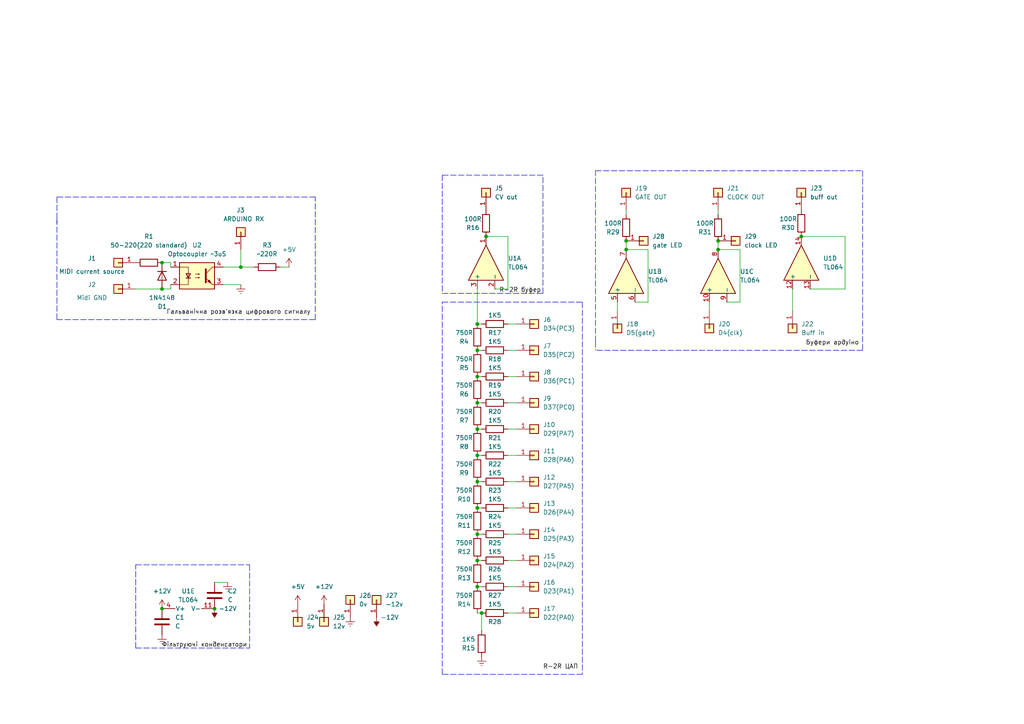
<source format=kicad_sch>
(kicad_sch (version 20211123) (generator eeschema)

  (uuid e63e39d7-6ac0-4ffd-8aa3-1841a4541b55)

  (paper "A4")

  (title_block
    (title "Arduino MIDI-CV перетворювач")
    (date "2022-03-11")
    (rev "0.7")
    (company "Баранов Віктор")
  )

  (lib_symbols
    (symbol "Amplifier_Operational:TL064" (pin_names (offset 0.127)) (in_bom yes) (on_board yes)
      (property "Reference" "U" (id 0) (at 0 5.08 0)
        (effects (font (size 1.27 1.27)) (justify left))
      )
      (property "Value" "TL064" (id 1) (at 0 -5.08 0)
        (effects (font (size 1.27 1.27)) (justify left))
      )
      (property "Footprint" "" (id 2) (at -1.27 2.54 0)
        (effects (font (size 1.27 1.27)) hide)
      )
      (property "Datasheet" "http://www.ti.com/lit/ds/symlink/tl061.pdf" (id 3) (at 1.27 5.08 0)
        (effects (font (size 1.27 1.27)) hide)
      )
      (property "ki_locked" "" (id 4) (at 0 0 0)
        (effects (font (size 1.27 1.27)))
      )
      (property "ki_keywords" "quad opamp" (id 5) (at 0 0 0)
        (effects (font (size 1.27 1.27)) hide)
      )
      (property "ki_description" "Quad Low-Power JFET-Input Operational Amplifiers, DIP-14/SOIC-14/SSOP-14" (id 6) (at 0 0 0)
        (effects (font (size 1.27 1.27)) hide)
      )
      (property "ki_fp_filters" "SOIC*3.9x8.7mm*P1.27mm* DIP*W7.62mm* TSSOP*4.4x5mm*P0.65mm* SSOP*5.3x6.2mm*P0.65mm* MSOP*3x3mm*P0.5mm*" (id 7) (at 0 0 0)
        (effects (font (size 1.27 1.27)) hide)
      )
      (symbol "TL064_1_1"
        (polyline
          (pts
            (xy -5.08 5.08)
            (xy 5.08 0)
            (xy -5.08 -5.08)
            (xy -5.08 5.08)
          )
          (stroke (width 0.254) (type default) (color 0 0 0 0))
          (fill (type background))
        )
        (pin output line (at 7.62 0 180) (length 2.54)
          (name "~" (effects (font (size 1.27 1.27))))
          (number "1" (effects (font (size 1.27 1.27))))
        )
        (pin input line (at -7.62 -2.54 0) (length 2.54)
          (name "-" (effects (font (size 1.27 1.27))))
          (number "2" (effects (font (size 1.27 1.27))))
        )
        (pin input line (at -7.62 2.54 0) (length 2.54)
          (name "+" (effects (font (size 1.27 1.27))))
          (number "3" (effects (font (size 1.27 1.27))))
        )
      )
      (symbol "TL064_2_1"
        (polyline
          (pts
            (xy -5.08 5.08)
            (xy 5.08 0)
            (xy -5.08 -5.08)
            (xy -5.08 5.08)
          )
          (stroke (width 0.254) (type default) (color 0 0 0 0))
          (fill (type background))
        )
        (pin input line (at -7.62 2.54 0) (length 2.54)
          (name "+" (effects (font (size 1.27 1.27))))
          (number "5" (effects (font (size 1.27 1.27))))
        )
        (pin input line (at -7.62 -2.54 0) (length 2.54)
          (name "-" (effects (font (size 1.27 1.27))))
          (number "6" (effects (font (size 1.27 1.27))))
        )
        (pin output line (at 7.62 0 180) (length 2.54)
          (name "~" (effects (font (size 1.27 1.27))))
          (number "7" (effects (font (size 1.27 1.27))))
        )
      )
      (symbol "TL064_3_1"
        (polyline
          (pts
            (xy -5.08 5.08)
            (xy 5.08 0)
            (xy -5.08 -5.08)
            (xy -5.08 5.08)
          )
          (stroke (width 0.254) (type default) (color 0 0 0 0))
          (fill (type background))
        )
        (pin input line (at -7.62 2.54 0) (length 2.54)
          (name "+" (effects (font (size 1.27 1.27))))
          (number "10" (effects (font (size 1.27 1.27))))
        )
        (pin output line (at 7.62 0 180) (length 2.54)
          (name "~" (effects (font (size 1.27 1.27))))
          (number "8" (effects (font (size 1.27 1.27))))
        )
        (pin input line (at -7.62 -2.54 0) (length 2.54)
          (name "-" (effects (font (size 1.27 1.27))))
          (number "9" (effects (font (size 1.27 1.27))))
        )
      )
      (symbol "TL064_4_1"
        (polyline
          (pts
            (xy -5.08 5.08)
            (xy 5.08 0)
            (xy -5.08 -5.08)
            (xy -5.08 5.08)
          )
          (stroke (width 0.254) (type default) (color 0 0 0 0))
          (fill (type background))
        )
        (pin input line (at -7.62 2.54 0) (length 2.54)
          (name "+" (effects (font (size 1.27 1.27))))
          (number "12" (effects (font (size 1.27 1.27))))
        )
        (pin input line (at -7.62 -2.54 0) (length 2.54)
          (name "-" (effects (font (size 1.27 1.27))))
          (number "13" (effects (font (size 1.27 1.27))))
        )
        (pin output line (at 7.62 0 180) (length 2.54)
          (name "~" (effects (font (size 1.27 1.27))))
          (number "14" (effects (font (size 1.27 1.27))))
        )
      )
      (symbol "TL064_5_1"
        (pin power_in line (at -2.54 -7.62 90) (length 3.81)
          (name "V-" (effects (font (size 1.27 1.27))))
          (number "11" (effects (font (size 1.27 1.27))))
        )
        (pin power_in line (at -2.54 7.62 270) (length 3.81)
          (name "V+" (effects (font (size 1.27 1.27))))
          (number "4" (effects (font (size 1.27 1.27))))
        )
      )
    )
    (symbol "Connector_Generic:Conn_01x01" (pin_names (offset 1.016) hide) (in_bom yes) (on_board yes)
      (property "Reference" "J" (id 0) (at 0 2.54 0)
        (effects (font (size 1.27 1.27)))
      )
      (property "Value" "Conn_01x01" (id 1) (at 0 -2.54 0)
        (effects (font (size 1.27 1.27)))
      )
      (property "Footprint" "" (id 2) (at 0 0 0)
        (effects (font (size 1.27 1.27)) hide)
      )
      (property "Datasheet" "~" (id 3) (at 0 0 0)
        (effects (font (size 1.27 1.27)) hide)
      )
      (property "ki_keywords" "connector" (id 4) (at 0 0 0)
        (effects (font (size 1.27 1.27)) hide)
      )
      (property "ki_description" "Generic connector, single row, 01x01, script generated (kicad-library-utils/schlib/autogen/connector/)" (id 5) (at 0 0 0)
        (effects (font (size 1.27 1.27)) hide)
      )
      (property "ki_fp_filters" "Connector*:*_1x??_*" (id 6) (at 0 0 0)
        (effects (font (size 1.27 1.27)) hide)
      )
      (symbol "Conn_01x01_1_1"
        (rectangle (start -1.27 0.127) (end 0 -0.127)
          (stroke (width 0.1524) (type default) (color 0 0 0 0))
          (fill (type none))
        )
        (rectangle (start -1.27 1.27) (end 1.27 -1.27)
          (stroke (width 0.254) (type default) (color 0 0 0 0))
          (fill (type background))
        )
        (pin passive line (at -5.08 0 0) (length 3.81)
          (name "Pin_1" (effects (font (size 1.27 1.27))))
          (number "1" (effects (font (size 1.27 1.27))))
        )
      )
    )
    (symbol "Device:C" (pin_numbers hide) (pin_names (offset 0.254)) (in_bom yes) (on_board yes)
      (property "Reference" "C" (id 0) (at 0.635 2.54 0)
        (effects (font (size 1.27 1.27)) (justify left))
      )
      (property "Value" "C" (id 1) (at 0.635 -2.54 0)
        (effects (font (size 1.27 1.27)) (justify left))
      )
      (property "Footprint" "" (id 2) (at 0.9652 -3.81 0)
        (effects (font (size 1.27 1.27)) hide)
      )
      (property "Datasheet" "~" (id 3) (at 0 0 0)
        (effects (font (size 1.27 1.27)) hide)
      )
      (property "ki_keywords" "cap capacitor" (id 4) (at 0 0 0)
        (effects (font (size 1.27 1.27)) hide)
      )
      (property "ki_description" "Unpolarized capacitor" (id 5) (at 0 0 0)
        (effects (font (size 1.27 1.27)) hide)
      )
      (property "ki_fp_filters" "C_*" (id 6) (at 0 0 0)
        (effects (font (size 1.27 1.27)) hide)
      )
      (symbol "C_0_1"
        (polyline
          (pts
            (xy -2.032 -0.762)
            (xy 2.032 -0.762)
          )
          (stroke (width 0.508) (type default) (color 0 0 0 0))
          (fill (type none))
        )
        (polyline
          (pts
            (xy -2.032 0.762)
            (xy 2.032 0.762)
          )
          (stroke (width 0.508) (type default) (color 0 0 0 0))
          (fill (type none))
        )
      )
      (symbol "C_1_1"
        (pin passive line (at 0 3.81 270) (length 2.794)
          (name "~" (effects (font (size 1.27 1.27))))
          (number "1" (effects (font (size 1.27 1.27))))
        )
        (pin passive line (at 0 -3.81 90) (length 2.794)
          (name "~" (effects (font (size 1.27 1.27))))
          (number "2" (effects (font (size 1.27 1.27))))
        )
      )
    )
    (symbol "Device:R" (pin_numbers hide) (pin_names (offset 0)) (in_bom yes) (on_board yes)
      (property "Reference" "R" (id 0) (at 2.032 0 90)
        (effects (font (size 1.27 1.27)))
      )
      (property "Value" "R" (id 1) (at 0 0 90)
        (effects (font (size 1.27 1.27)))
      )
      (property "Footprint" "" (id 2) (at -1.778 0 90)
        (effects (font (size 1.27 1.27)) hide)
      )
      (property "Datasheet" "~" (id 3) (at 0 0 0)
        (effects (font (size 1.27 1.27)) hide)
      )
      (property "ki_keywords" "R res resistor" (id 4) (at 0 0 0)
        (effects (font (size 1.27 1.27)) hide)
      )
      (property "ki_description" "Resistor" (id 5) (at 0 0 0)
        (effects (font (size 1.27 1.27)) hide)
      )
      (property "ki_fp_filters" "R_*" (id 6) (at 0 0 0)
        (effects (font (size 1.27 1.27)) hide)
      )
      (symbol "R_0_1"
        (rectangle (start -1.016 -2.54) (end 1.016 2.54)
          (stroke (width 0.254) (type default) (color 0 0 0 0))
          (fill (type none))
        )
      )
      (symbol "R_1_1"
        (pin passive line (at 0 3.81 270) (length 1.27)
          (name "~" (effects (font (size 1.27 1.27))))
          (number "1" (effects (font (size 1.27 1.27))))
        )
        (pin passive line (at 0 -3.81 90) (length 1.27)
          (name "~" (effects (font (size 1.27 1.27))))
          (number "2" (effects (font (size 1.27 1.27))))
        )
      )
    )
    (symbol "Diode:1N4148" (pin_numbers hide) (pin_names (offset 1.016) hide) (in_bom yes) (on_board yes)
      (property "Reference" "D" (id 0) (at 0 2.54 0)
        (effects (font (size 1.27 1.27)))
      )
      (property "Value" "1N4148" (id 1) (at 0 -2.54 0)
        (effects (font (size 1.27 1.27)))
      )
      (property "Footprint" "Diode_THT:D_DO-35_SOD27_P7.62mm_Horizontal" (id 2) (at 0 -4.445 0)
        (effects (font (size 1.27 1.27)) hide)
      )
      (property "Datasheet" "https://assets.nexperia.com/documents/data-sheet/1N4148_1N4448.pdf" (id 3) (at 0 0 0)
        (effects (font (size 1.27 1.27)) hide)
      )
      (property "ki_keywords" "diode" (id 4) (at 0 0 0)
        (effects (font (size 1.27 1.27)) hide)
      )
      (property "ki_description" "100V 0.15A standard switching diode, DO-35" (id 5) (at 0 0 0)
        (effects (font (size 1.27 1.27)) hide)
      )
      (property "ki_fp_filters" "D*DO?35*" (id 6) (at 0 0 0)
        (effects (font (size 1.27 1.27)) hide)
      )
      (symbol "1N4148_0_1"
        (polyline
          (pts
            (xy -1.27 1.27)
            (xy -1.27 -1.27)
          )
          (stroke (width 0.254) (type default) (color 0 0 0 0))
          (fill (type none))
        )
        (polyline
          (pts
            (xy 1.27 0)
            (xy -1.27 0)
          )
          (stroke (width 0) (type default) (color 0 0 0 0))
          (fill (type none))
        )
        (polyline
          (pts
            (xy 1.27 1.27)
            (xy 1.27 -1.27)
            (xy -1.27 0)
            (xy 1.27 1.27)
          )
          (stroke (width 0.254) (type default) (color 0 0 0 0))
          (fill (type none))
        )
      )
      (symbol "1N4148_1_1"
        (pin passive line (at -3.81 0 0) (length 2.54)
          (name "K" (effects (font (size 1.27 1.27))))
          (number "1" (effects (font (size 1.27 1.27))))
        )
        (pin passive line (at 3.81 0 180) (length 2.54)
          (name "A" (effects (font (size 1.27 1.27))))
          (number "2" (effects (font (size 1.27 1.27))))
        )
      )
    )
    (symbol "Isolator:EL817" (pin_names (offset 1.016)) (in_bom yes) (on_board yes)
      (property "Reference" "U" (id 0) (at -5.08 5.08 0)
        (effects (font (size 1.27 1.27)) (justify left))
      )
      (property "Value" "EL817" (id 1) (at 0 5.08 0)
        (effects (font (size 1.27 1.27)) (justify left))
      )
      (property "Footprint" "Package_DIP:DIP-4_W7.62mm" (id 2) (at -5.08 -5.08 0)
        (effects (font (size 1.27 1.27) italic) (justify left) hide)
      )
      (property "Datasheet" "http://www.everlight.com/file/ProductFile/EL817.pdf" (id 3) (at 0 0 0)
        (effects (font (size 1.27 1.27)) (justify left) hide)
      )
      (property "ki_keywords" "NPN DC Optocoupler" (id 4) (at 0 0 0)
        (effects (font (size 1.27 1.27)) hide)
      )
      (property "ki_description" "DC Optocoupler, Vce 35V, DIP-4" (id 5) (at 0 0 0)
        (effects (font (size 1.27 1.27)) hide)
      )
      (property "ki_fp_filters" "DIP*W7.62mm*" (id 6) (at 0 0 0)
        (effects (font (size 1.27 1.27)) hide)
      )
      (symbol "EL817_0_1"
        (rectangle (start -5.08 3.81) (end 5.08 -3.81)
          (stroke (width 0.254) (type default) (color 0 0 0 0))
          (fill (type background))
        )
        (polyline
          (pts
            (xy -3.175 -0.635)
            (xy -1.905 -0.635)
          )
          (stroke (width 0.254) (type default) (color 0 0 0 0))
          (fill (type none))
        )
        (polyline
          (pts
            (xy 2.54 0.635)
            (xy 4.445 2.54)
          )
          (stroke (width 0) (type default) (color 0 0 0 0))
          (fill (type none))
        )
        (polyline
          (pts
            (xy 4.445 -2.54)
            (xy 2.54 -0.635)
          )
          (stroke (width 0) (type default) (color 0 0 0 0))
          (fill (type outline))
        )
        (polyline
          (pts
            (xy 4.445 -2.54)
            (xy 5.08 -2.54)
          )
          (stroke (width 0) (type default) (color 0 0 0 0))
          (fill (type none))
        )
        (polyline
          (pts
            (xy 4.445 2.54)
            (xy 5.08 2.54)
          )
          (stroke (width 0) (type default) (color 0 0 0 0))
          (fill (type none))
        )
        (polyline
          (pts
            (xy -5.08 2.54)
            (xy -2.54 2.54)
            (xy -2.54 -0.635)
          )
          (stroke (width 0) (type default) (color 0 0 0 0))
          (fill (type none))
        )
        (polyline
          (pts
            (xy -2.54 -0.635)
            (xy -2.54 -2.54)
            (xy -5.08 -2.54)
          )
          (stroke (width 0) (type default) (color 0 0 0 0))
          (fill (type none))
        )
        (polyline
          (pts
            (xy 2.54 1.905)
            (xy 2.54 -1.905)
            (xy 2.54 -1.905)
          )
          (stroke (width 0.508) (type default) (color 0 0 0 0))
          (fill (type none))
        )
        (polyline
          (pts
            (xy -2.54 -0.635)
            (xy -3.175 0.635)
            (xy -1.905 0.635)
            (xy -2.54 -0.635)
          )
          (stroke (width 0.254) (type default) (color 0 0 0 0))
          (fill (type none))
        )
        (polyline
          (pts
            (xy -0.508 -0.508)
            (xy 0.762 -0.508)
            (xy 0.381 -0.635)
            (xy 0.381 -0.381)
            (xy 0.762 -0.508)
          )
          (stroke (width 0) (type default) (color 0 0 0 0))
          (fill (type none))
        )
        (polyline
          (pts
            (xy -0.508 0.508)
            (xy 0.762 0.508)
            (xy 0.381 0.381)
            (xy 0.381 0.635)
            (xy 0.762 0.508)
          )
          (stroke (width 0) (type default) (color 0 0 0 0))
          (fill (type none))
        )
        (polyline
          (pts
            (xy 3.048 -1.651)
            (xy 3.556 -1.143)
            (xy 4.064 -2.159)
            (xy 3.048 -1.651)
            (xy 3.048 -1.651)
          )
          (stroke (width 0) (type default) (color 0 0 0 0))
          (fill (type outline))
        )
      )
      (symbol "EL817_1_1"
        (pin passive line (at -7.62 2.54 0) (length 2.54)
          (name "~" (effects (font (size 1.27 1.27))))
          (number "1" (effects (font (size 1.27 1.27))))
        )
        (pin passive line (at -7.62 -2.54 0) (length 2.54)
          (name "~" (effects (font (size 1.27 1.27))))
          (number "2" (effects (font (size 1.27 1.27))))
        )
        (pin passive line (at 7.62 -2.54 180) (length 2.54)
          (name "~" (effects (font (size 1.27 1.27))))
          (number "3" (effects (font (size 1.27 1.27))))
        )
        (pin passive line (at 7.62 2.54 180) (length 2.54)
          (name "~" (effects (font (size 1.27 1.27))))
          (number "4" (effects (font (size 1.27 1.27))))
        )
      )
    )
    (symbol "power:+12V" (power) (pin_names (offset 0)) (in_bom yes) (on_board yes)
      (property "Reference" "#PWR" (id 0) (at 0 -3.81 0)
        (effects (font (size 1.27 1.27)) hide)
      )
      (property "Value" "+12V" (id 1) (at 0 3.556 0)
        (effects (font (size 1.27 1.27)))
      )
      (property "Footprint" "" (id 2) (at 0 0 0)
        (effects (font (size 1.27 1.27)) hide)
      )
      (property "Datasheet" "" (id 3) (at 0 0 0)
        (effects (font (size 1.27 1.27)) hide)
      )
      (property "ki_keywords" "power-flag" (id 4) (at 0 0 0)
        (effects (font (size 1.27 1.27)) hide)
      )
      (property "ki_description" "Power symbol creates a global label with name \"+12V\"" (id 5) (at 0 0 0)
        (effects (font (size 1.27 1.27)) hide)
      )
      (symbol "+12V_0_1"
        (polyline
          (pts
            (xy -0.762 1.27)
            (xy 0 2.54)
          )
          (stroke (width 0) (type default) (color 0 0 0 0))
          (fill (type none))
        )
        (polyline
          (pts
            (xy 0 0)
            (xy 0 2.54)
          )
          (stroke (width 0) (type default) (color 0 0 0 0))
          (fill (type none))
        )
        (polyline
          (pts
            (xy 0 2.54)
            (xy 0.762 1.27)
          )
          (stroke (width 0) (type default) (color 0 0 0 0))
          (fill (type none))
        )
      )
      (symbol "+12V_1_1"
        (pin power_in line (at 0 0 90) (length 0) hide
          (name "+12V" (effects (font (size 1.27 1.27))))
          (number "1" (effects (font (size 1.27 1.27))))
        )
      )
    )
    (symbol "power:+5V" (power) (pin_names (offset 0)) (in_bom yes) (on_board yes)
      (property "Reference" "#PWR" (id 0) (at 0 -3.81 0)
        (effects (font (size 1.27 1.27)) hide)
      )
      (property "Value" "+5V" (id 1) (at 0 3.556 0)
        (effects (font (size 1.27 1.27)))
      )
      (property "Footprint" "" (id 2) (at 0 0 0)
        (effects (font (size 1.27 1.27)) hide)
      )
      (property "Datasheet" "" (id 3) (at 0 0 0)
        (effects (font (size 1.27 1.27)) hide)
      )
      (property "ki_keywords" "power-flag" (id 4) (at 0 0 0)
        (effects (font (size 1.27 1.27)) hide)
      )
      (property "ki_description" "Power symbol creates a global label with name \"+5V\"" (id 5) (at 0 0 0)
        (effects (font (size 1.27 1.27)) hide)
      )
      (symbol "+5V_0_1"
        (polyline
          (pts
            (xy -0.762 1.27)
            (xy 0 2.54)
          )
          (stroke (width 0) (type default) (color 0 0 0 0))
          (fill (type none))
        )
        (polyline
          (pts
            (xy 0 0)
            (xy 0 2.54)
          )
          (stroke (width 0) (type default) (color 0 0 0 0))
          (fill (type none))
        )
        (polyline
          (pts
            (xy 0 2.54)
            (xy 0.762 1.27)
          )
          (stroke (width 0) (type default) (color 0 0 0 0))
          (fill (type none))
        )
      )
      (symbol "+5V_1_1"
        (pin power_in line (at 0 0 90) (length 0) hide
          (name "+5V" (effects (font (size 1.27 1.27))))
          (number "1" (effects (font (size 1.27 1.27))))
        )
      )
    )
    (symbol "power:-12V" (power) (pin_names (offset 0)) (in_bom yes) (on_board yes)
      (property "Reference" "#PWR" (id 0) (at 0 2.54 0)
        (effects (font (size 1.27 1.27)) hide)
      )
      (property "Value" "-12V" (id 1) (at 0 3.81 0)
        (effects (font (size 1.27 1.27)))
      )
      (property "Footprint" "" (id 2) (at 0 0 0)
        (effects (font (size 1.27 1.27)) hide)
      )
      (property "Datasheet" "" (id 3) (at 0 0 0)
        (effects (font (size 1.27 1.27)) hide)
      )
      (property "ki_keywords" "power-flag" (id 4) (at 0 0 0)
        (effects (font (size 1.27 1.27)) hide)
      )
      (property "ki_description" "Power symbol creates a global label with name \"-12V\"" (id 5) (at 0 0 0)
        (effects (font (size 1.27 1.27)) hide)
      )
      (symbol "-12V_0_0"
        (pin power_in line (at 0 0 90) (length 0) hide
          (name "-12V" (effects (font (size 1.27 1.27))))
          (number "1" (effects (font (size 1.27 1.27))))
        )
      )
      (symbol "-12V_0_1"
        (polyline
          (pts
            (xy 0 0)
            (xy 0 1.27)
            (xy 0.762 1.27)
            (xy 0 2.54)
            (xy -0.762 1.27)
            (xy 0 1.27)
          )
          (stroke (width 0) (type default) (color 0 0 0 0))
          (fill (type outline))
        )
      )
    )
    (symbol "power:Earth" (power) (pin_names (offset 0)) (in_bom yes) (on_board yes)
      (property "Reference" "#PWR" (id 0) (at 0 -6.35 0)
        (effects (font (size 1.27 1.27)) hide)
      )
      (property "Value" "Earth" (id 1) (at 0 -3.81 0)
        (effects (font (size 1.27 1.27)) hide)
      )
      (property "Footprint" "" (id 2) (at 0 0 0)
        (effects (font (size 1.27 1.27)) hide)
      )
      (property "Datasheet" "~" (id 3) (at 0 0 0)
        (effects (font (size 1.27 1.27)) hide)
      )
      (property "ki_keywords" "power-flag ground gnd" (id 4) (at 0 0 0)
        (effects (font (size 1.27 1.27)) hide)
      )
      (property "ki_description" "Power symbol creates a global label with name \"Earth\"" (id 5) (at 0 0 0)
        (effects (font (size 1.27 1.27)) hide)
      )
      (symbol "Earth_0_1"
        (polyline
          (pts
            (xy -0.635 -1.905)
            (xy 0.635 -1.905)
          )
          (stroke (width 0) (type default) (color 0 0 0 0))
          (fill (type none))
        )
        (polyline
          (pts
            (xy -0.127 -2.54)
            (xy 0.127 -2.54)
          )
          (stroke (width 0) (type default) (color 0 0 0 0))
          (fill (type none))
        )
        (polyline
          (pts
            (xy 0 -1.27)
            (xy 0 0)
          )
          (stroke (width 0) (type default) (color 0 0 0 0))
          (fill (type none))
        )
        (polyline
          (pts
            (xy 1.27 -1.27)
            (xy -1.27 -1.27)
          )
          (stroke (width 0) (type default) (color 0 0 0 0))
          (fill (type none))
        )
      )
      (symbol "Earth_1_1"
        (pin power_in line (at 0 0 270) (length 0) hide
          (name "Earth" (effects (font (size 1.27 1.27))))
          (number "1" (effects (font (size 1.27 1.27))))
        )
      )
    )
  )

  (junction (at 138.43 154.94) (diameter 0) (color 0 0 0 0)
    (uuid 089a7ba3-7519-4f71-a921-873f40468e9f)
  )
  (junction (at 140.97 68.58) (diameter 0) (color 0 0 0 0)
    (uuid 0e56de90-88d7-411c-89b4-0dcd8319037f)
  )
  (junction (at 138.43 116.84) (diameter 0) (color 0 0 0 0)
    (uuid 189f1095-527f-4e5b-8642-ada77b814456)
  )
  (junction (at 232.41 68.58) (diameter 0) (color 0 0 0 0)
    (uuid 19c15949-6a28-423d-83c6-a06236c640ea)
  )
  (junction (at 46.99 76.2) (diameter 0) (color 0 0 0 0)
    (uuid 20dc270f-e2e3-4ff8-8bd1-03faabade372)
  )
  (junction (at 138.43 147.32) (diameter 0) (color 0 0 0 0)
    (uuid 2374d984-cd29-4cd3-a2e2-1a606ed1049d)
  )
  (junction (at 69.85 77.47) (diameter 0) (color 0 0 0 0)
    (uuid 3effc88a-a449-4298-b8db-e665f632b2d0)
  )
  (junction (at 138.43 109.22) (diameter 0) (color 0 0 0 0)
    (uuid 5ea871bf-d67e-405a-a985-623f1412a72e)
  )
  (junction (at 138.43 93.98) (diameter 0) (color 0 0 0 0)
    (uuid 66fa1b67-6667-43ab-98f0-de4ad98eac39)
  )
  (junction (at 181.61 72.39) (diameter 0) (color 0 0 0 0)
    (uuid 67d21756-b282-4531-b160-5d11c6f671e8)
  )
  (junction (at 138.43 139.7) (diameter 0) (color 0 0 0 0)
    (uuid 6857007e-8ec4-407c-8514-c5f8eab06108)
  )
  (junction (at 138.43 132.08) (diameter 0) (color 0 0 0 0)
    (uuid 699c0f3c-7439-482c-806a-b655a0806c7d)
  )
  (junction (at 138.43 124.46) (diameter 0) (color 0 0 0 0)
    (uuid 6c9cadf7-df8d-4723-9103-441da9e8fb7e)
  )
  (junction (at 181.61 69.85) (diameter 0) (color 0 0 0 0)
    (uuid 7e80aaac-98d9-445a-950e-66076318244d)
  )
  (junction (at 138.43 101.6) (diameter 0) (color 0 0 0 0)
    (uuid 7ee62212-cc3d-4798-8625-c89cd7392b15)
  )
  (junction (at 138.43 162.56) (diameter 0) (color 0 0 0 0)
    (uuid 87f9a3ef-e394-441b-a680-a81e3f0368ee)
  )
  (junction (at 139.7 177.8) (diameter 0) (color 0 0 0 0)
    (uuid aa3cfcf6-27a6-4268-bc9c-00b101374427)
  )
  (junction (at 46.99 176.53) (diameter 0) (color 0 0 0 0)
    (uuid adacc58a-cf57-41c8-8099-c2d7655eac31)
  )
  (junction (at 208.28 69.85) (diameter 0) (color 0 0 0 0)
    (uuid cc42285d-e5b0-450b-ad46-b9ca27c6c5ee)
  )
  (junction (at 208.28 72.39) (diameter 0) (color 0 0 0 0)
    (uuid dfaa2313-a280-4116-b279-9b3f0bbf8fc1)
  )
  (junction (at 138.43 170.18) (diameter 0) (color 0 0 0 0)
    (uuid e9897f0e-805e-46a7-82f5-7644bbc5ca1a)
  )
  (junction (at 46.99 83.82) (diameter 0) (color 0 0 0 0)
    (uuid f1fedd7f-3bc0-4fc6-bd33-a940dab9ae00)
  )
  (junction (at 62.23 176.53) (diameter 0) (color 0 0 0 0)
    (uuid f32a5c9f-590e-4162-8d2e-f89c4afae6a5)
  )

  (wire (pts (xy 147.32 83.82) (xy 147.32 68.58))
    (stroke (width 0) (type default) (color 0 0 0 0))
    (uuid 0047e2ab-8325-4249-a7e5-f89007036ad8)
  )
  (polyline (pts (xy 39.37 163.83) (xy 72.39 163.83))
    (stroke (width 0) (type default) (color 0 0 0 0))
    (uuid 00d09263-0dfb-4f3b-a2ee-0bd93de59a4a)
  )

  (wire (pts (xy 138.43 170.18) (xy 139.7 170.18))
    (stroke (width 0) (type default) (color 0 0 0 0))
    (uuid 02bafafb-4486-4521-b24d-6406bbe9fdb5)
  )
  (wire (pts (xy 149.86 116.84) (xy 147.32 116.84))
    (stroke (width 0) (type default) (color 0 0 0 0))
    (uuid 085ac7aa-9197-49f8-81c5-b58d27b53004)
  )
  (wire (pts (xy 62.23 168.91) (xy 66.04 168.91))
    (stroke (width 0) (type default) (color 0 0 0 0))
    (uuid 0a380f22-5252-4c14-8b2a-f698430db13e)
  )
  (wire (pts (xy 245.11 83.82) (xy 245.11 68.58))
    (stroke (width 0) (type default) (color 0 0 0 0))
    (uuid 0c7d44a8-76d0-405f-81a8-25f741b790b7)
  )
  (wire (pts (xy 205.74 90.17) (xy 205.74 87.63))
    (stroke (width 0) (type default) (color 0 0 0 0))
    (uuid 0dd15379-707d-4000-af5e-f08e78906fc0)
  )
  (wire (pts (xy 149.86 139.7) (xy 147.32 139.7))
    (stroke (width 0) (type default) (color 0 0 0 0))
    (uuid 0e71141c-06c5-49ad-897f-4a73ead22b0f)
  )
  (wire (pts (xy 149.86 162.56) (xy 147.32 162.56))
    (stroke (width 0) (type default) (color 0 0 0 0))
    (uuid 11c33613-6b5c-4654-be87-0d39da237870)
  )
  (polyline (pts (xy 157.48 50.8) (xy 128.27 50.8))
    (stroke (width 0) (type default) (color 0 0 0 0))
    (uuid 11d8a1c9-2fe6-4f06-af2c-43205f80d2b1)
  )

  (wire (pts (xy 138.43 83.82) (xy 138.43 93.98))
    (stroke (width 0) (type default) (color 0 0 0 0))
    (uuid 1229be92-8e87-4d26-a1b4-428c66fe23e1)
  )
  (wire (pts (xy 149.86 170.18) (xy 147.32 170.18))
    (stroke (width 0) (type default) (color 0 0 0 0))
    (uuid 136bacf9-4fa3-4e64-b174-0516e43f7c77)
  )
  (wire (pts (xy 208.28 69.85) (xy 208.28 72.39))
    (stroke (width 0) (type default) (color 0 0 0 0))
    (uuid 180b5e19-28b0-4db0-bff9-126d62c84ad4)
  )
  (wire (pts (xy 69.85 72.39) (xy 69.85 77.47))
    (stroke (width 0) (type default) (color 0 0 0 0))
    (uuid 18fd18f1-4c7d-4b84-a472-1a6987a5c6f9)
  )
  (wire (pts (xy 49.53 82.55) (xy 49.53 83.82))
    (stroke (width 0) (type default) (color 0 0 0 0))
    (uuid 1a3cc24d-b360-48d7-92eb-163cb6c06b75)
  )
  (wire (pts (xy 149.86 109.22) (xy 147.32 109.22))
    (stroke (width 0) (type default) (color 0 0 0 0))
    (uuid 1ef0ef0f-a778-4165-96b1-5ba8176daa71)
  )
  (polyline (pts (xy 172.72 99.06) (xy 172.72 101.6))
    (stroke (width 0) (type default) (color 0 0 0 0))
    (uuid 231ef4de-dc9b-40e7-8799-ecea635d3a4f)
  )
  (polyline (pts (xy 16.51 92.71) (xy 91.44 92.71))
    (stroke (width 0) (type default) (color 0 0 0 0))
    (uuid 245c281b-675a-43b6-8689-104e5d760e0b)
  )
  (polyline (pts (xy 168.91 87.63) (xy 168.91 195.58))
    (stroke (width 0) (type default) (color 0 0 0 0))
    (uuid 2a033d4e-6371-49c0-89e6-201155236b2c)
  )

  (wire (pts (xy 184.15 87.63) (xy 187.96 87.63))
    (stroke (width 0) (type default) (color 0 0 0 0))
    (uuid 2db33ebc-bd12-4e4c-bc60-d130a4192a32)
  )
  (wire (pts (xy 69.85 77.47) (xy 73.66 77.47))
    (stroke (width 0) (type default) (color 0 0 0 0))
    (uuid 2fd7a215-61e1-4841-92c4-3a19c3ec8aae)
  )
  (wire (pts (xy 143.51 83.82) (xy 147.32 83.82))
    (stroke (width 0) (type default) (color 0 0 0 0))
    (uuid 3147f03f-67f3-4cdb-9ca4-d77af4e382fe)
  )
  (wire (pts (xy 245.11 68.58) (xy 232.41 68.58))
    (stroke (width 0) (type default) (color 0 0 0 0))
    (uuid 386e9e4e-7305-47c0-9317-1e08c5f6e4bf)
  )
  (wire (pts (xy 39.37 83.82) (xy 46.99 83.82))
    (stroke (width 0) (type default) (color 0 0 0 0))
    (uuid 3a4b4a5a-b655-4af1-bd36-d2d6e147b65f)
  )
  (polyline (pts (xy 39.37 187.96) (xy 72.39 187.96))
    (stroke (width 0) (type default) (color 0 0 0 0))
    (uuid 3c4c5b9c-a9d4-47d6-9795-6a7bcdc39e28)
  )
  (polyline (pts (xy 128.27 195.58) (xy 128.27 87.63))
    (stroke (width 0) (type default) (color 0 0 0 0))
    (uuid 44b7006d-30c6-4cea-a331-9cb338d2e7bd)
  )

  (wire (pts (xy 147.32 68.58) (xy 140.97 68.58))
    (stroke (width 0) (type default) (color 0 0 0 0))
    (uuid 48492a42-aaed-40d2-af26-75ef6aba0941)
  )
  (wire (pts (xy 149.86 147.32) (xy 147.32 147.32))
    (stroke (width 0) (type default) (color 0 0 0 0))
    (uuid 4e880055-1f8e-4e4b-9d70-b82f6f95d40b)
  )
  (wire (pts (xy 149.86 124.46) (xy 147.32 124.46))
    (stroke (width 0) (type default) (color 0 0 0 0))
    (uuid 4f5462da-5b77-43bb-8789-810543f138d2)
  )
  (polyline (pts (xy 250.19 49.53) (xy 250.19 101.6))
    (stroke (width 0) (type default) (color 0 0 0 0))
    (uuid 5e06de4d-5811-4f01-8126-85b1686ff425)
  )

  (wire (pts (xy 138.43 109.22) (xy 139.7 109.22))
    (stroke (width 0) (type default) (color 0 0 0 0))
    (uuid 5e0a1d3e-08f7-4df2-b6e7-8ee3430fe2c1)
  )
  (wire (pts (xy 138.43 116.84) (xy 139.7 116.84))
    (stroke (width 0) (type default) (color 0 0 0 0))
    (uuid 5e4392dc-b52a-426c-b66b-ed210e8d722a)
  )
  (wire (pts (xy 214.63 72.39) (xy 208.28 72.39))
    (stroke (width 0) (type default) (color 0 0 0 0))
    (uuid 69061a6d-a264-41c3-b1a8-369092287b89)
  )
  (polyline (pts (xy 72.39 163.83) (xy 72.39 187.96))
    (stroke (width 0) (type default) (color 0 0 0 0))
    (uuid 6c26ebee-4e96-4b45-a2b0-de6c32b0cadc)
  )

  (wire (pts (xy 83.82 77.47) (xy 81.28 77.47))
    (stroke (width 0) (type default) (color 0 0 0 0))
    (uuid 6f73eb90-c978-4dbe-b223-3c8bd8144845)
  )
  (wire (pts (xy 138.43 147.32) (xy 139.7 147.32))
    (stroke (width 0) (type default) (color 0 0 0 0))
    (uuid 700df2d2-e5f0-448a-9318-18a334523b6e)
  )
  (polyline (pts (xy 16.51 63.5) (xy 16.51 92.71))
    (stroke (width 0) (type default) (color 0 0 0 0))
    (uuid 7d00dcf0-43a9-48c7-aa32-cf23d91e6c82)
  )

  (wire (pts (xy 69.85 82.55) (xy 64.77 82.55))
    (stroke (width 0) (type default) (color 0 0 0 0))
    (uuid 8040b593-5e78-47e7-a5fc-3a68e976aff4)
  )
  (polyline (pts (xy 168.91 195.58) (xy 128.27 195.58))
    (stroke (width 0) (type default) (color 0 0 0 0))
    (uuid 85ca7cc7-48fa-4ffe-b66e-1f72434fe019)
  )

  (wire (pts (xy 149.86 101.6) (xy 147.32 101.6))
    (stroke (width 0) (type default) (color 0 0 0 0))
    (uuid 8b507b1e-d1ca-44d6-82c7-ba8cc8f16bc9)
  )
  (wire (pts (xy 138.43 162.56) (xy 139.7 162.56))
    (stroke (width 0) (type default) (color 0 0 0 0))
    (uuid 8e04fd78-42cb-49b3-affd-2d0f868cd430)
  )
  (wire (pts (xy 138.43 177.8) (xy 139.7 177.8))
    (stroke (width 0) (type default) (color 0 0 0 0))
    (uuid 8e8a81da-b5ec-4f32-b04a-9a4aaad51f39)
  )
  (polyline (pts (xy 91.44 57.15) (xy 16.51 57.15))
    (stroke (width 0) (type default) (color 0 0 0 0))
    (uuid 8fc6ca62-7e00-4556-a9bf-553d45b0f961)
  )

  (wire (pts (xy 234.95 83.82) (xy 245.11 83.82))
    (stroke (width 0) (type default) (color 0 0 0 0))
    (uuid 9102eee1-fd6a-4e1d-8365-191015acf0e6)
  )
  (polyline (pts (xy 172.72 99.06) (xy 172.72 49.53))
    (stroke (width 0) (type default) (color 0 0 0 0))
    (uuid 9347aa54-408b-41c0-a5e6-e2ef0b295036)
  )

  (wire (pts (xy 149.86 132.08) (xy 147.32 132.08))
    (stroke (width 0) (type default) (color 0 0 0 0))
    (uuid 94efff09-d495-489e-ae5d-2ea87fe28379)
  )
  (wire (pts (xy 229.87 90.17) (xy 229.87 83.82))
    (stroke (width 0) (type default) (color 0 0 0 0))
    (uuid 95ef3f36-06e1-42a3-b041-0ac39d8b750a)
  )
  (polyline (pts (xy 157.48 85.09) (xy 157.48 50.8))
    (stroke (width 0) (type default) (color 0 0 0 0))
    (uuid 97a1499d-8f21-4661-8bed-0e1e89d0838c)
  )

  (wire (pts (xy 49.53 77.47) (xy 49.53 76.2))
    (stroke (width 0) (type default) (color 0 0 0 0))
    (uuid 9c6b6a16-9b62-44e4-a22e-f145da2ae51d)
  )
  (wire (pts (xy 149.86 93.98) (xy 147.32 93.98))
    (stroke (width 0) (type default) (color 0 0 0 0))
    (uuid 9e6302d0-0202-4010-8cb0-80fb6ee040bc)
  )
  (wire (pts (xy 64.77 77.47) (xy 69.85 77.47))
    (stroke (width 0) (type default) (color 0 0 0 0))
    (uuid a1c288cd-b5b3-4baa-aacf-8315b733cfd7)
  )
  (wire (pts (xy 138.43 139.7) (xy 139.7 139.7))
    (stroke (width 0) (type default) (color 0 0 0 0))
    (uuid a88473a8-cea6-4545-bb6d-b1ce9d1c6d30)
  )
  (polyline (pts (xy 172.72 49.53) (xy 250.19 49.53))
    (stroke (width 0) (type default) (color 0 0 0 0))
    (uuid a982972f-bd2b-44bd-92a9-880c502040ef)
  )

  (wire (pts (xy 138.43 132.08) (xy 139.7 132.08))
    (stroke (width 0) (type default) (color 0 0 0 0))
    (uuid aa0eaa19-806a-443c-95e6-22ff0ae54bff)
  )
  (wire (pts (xy 138.43 101.6) (xy 139.7 101.6))
    (stroke (width 0) (type default) (color 0 0 0 0))
    (uuid ab990c94-b915-4ca5-8952-545ea89bd38a)
  )
  (wire (pts (xy 149.86 177.8) (xy 147.32 177.8))
    (stroke (width 0) (type default) (color 0 0 0 0))
    (uuid ba314385-4a1b-418a-ade2-8dff371be0b3)
  )
  (polyline (pts (xy 91.44 92.71) (xy 91.44 57.15))
    (stroke (width 0) (type default) (color 0 0 0 0))
    (uuid bb4e20a1-4d6d-49a7-8d85-bf859dd4ad8f)
  )

  (wire (pts (xy 181.61 60.96) (xy 181.61 62.23))
    (stroke (width 0) (type default) (color 0 0 0 0))
    (uuid bcb4bb0e-9871-4ece-9fa8-83630dff73e3)
  )
  (wire (pts (xy 179.07 90.17) (xy 179.07 87.63))
    (stroke (width 0) (type default) (color 0 0 0 0))
    (uuid c60bd038-f046-46ff-9dcd-0f330552a651)
  )
  (polyline (pts (xy 250.19 101.6) (xy 172.72 101.6))
    (stroke (width 0) (type default) (color 0 0 0 0))
    (uuid c90a04e6-a08a-4b26-ab17-803d14ff84fe)
  )

  (wire (pts (xy 138.43 154.94) (xy 139.7 154.94))
    (stroke (width 0) (type default) (color 0 0 0 0))
    (uuid ccaba0fd-440a-45ee-a3a9-171495a59a17)
  )
  (wire (pts (xy 49.53 83.82) (xy 46.99 83.82))
    (stroke (width 0) (type default) (color 0 0 0 0))
    (uuid ce82fbda-e06d-49cc-a744-32ea5e870665)
  )
  (wire (pts (xy 149.86 154.94) (xy 147.32 154.94))
    (stroke (width 0) (type default) (color 0 0 0 0))
    (uuid cf18d3ac-ead6-4c9d-8cb9-1898c7892799)
  )
  (wire (pts (xy 138.43 124.46) (xy 139.7 124.46))
    (stroke (width 0) (type default) (color 0 0 0 0))
    (uuid d62d8ff4-0fa7-4da8-83b3-8b7fbba738cd)
  )
  (wire (pts (xy 187.96 87.63) (xy 187.96 72.39))
    (stroke (width 0) (type default) (color 0 0 0 0))
    (uuid db96e324-99e1-4596-b536-1f362686068c)
  )
  (polyline (pts (xy 39.37 187.96) (xy 39.37 163.83))
    (stroke (width 0) (type default) (color 0 0 0 0))
    (uuid dd03c1c6-5eef-45c4-8b91-33a59c6da0fb)
  )

  (wire (pts (xy 49.53 76.2) (xy 46.99 76.2))
    (stroke (width 0) (type default) (color 0 0 0 0))
    (uuid e0fb141f-ab47-4acb-8b68-0bcddb2d7b34)
  )
  (polyline (pts (xy 128.27 50.8) (xy 128.27 85.09))
    (stroke (width 0) (type default) (color 0 0 0 0))
    (uuid e93a39c0-ae2f-4d69-82ed-37fb069ff7a5)
  )

  (wire (pts (xy 138.43 93.98) (xy 139.7 93.98))
    (stroke (width 0) (type default) (color 0 0 0 0))
    (uuid e94e567a-9e93-4a82-a444-a24ba1eb7b13)
  )
  (wire (pts (xy 214.63 87.63) (xy 214.63 72.39))
    (stroke (width 0) (type default) (color 0 0 0 0))
    (uuid eea90e0b-758d-4d6e-bcc1-f2c77ae9206e)
  )
  (polyline (pts (xy 128.27 87.63) (xy 168.91 87.63))
    (stroke (width 0) (type default) (color 0 0 0 0))
    (uuid f461aa10-9f98-4589-b8a5-219f03d7e3f8)
  )

  (wire (pts (xy 139.7 182.88) (xy 139.7 177.8))
    (stroke (width 0) (type default) (color 0 0 0 0))
    (uuid f4cde8e1-361c-4e42-b699-0fe76797ff05)
  )
  (wire (pts (xy 181.61 69.85) (xy 181.61 72.39))
    (stroke (width 0) (type default) (color 0 0 0 0))
    (uuid f5b2fc85-b965-4bbf-9cfe-bb29a7a4edb6)
  )
  (polyline (pts (xy 128.27 85.09) (xy 157.48 85.09))
    (stroke (width 0) (type default) (color 0 0 0 0))
    (uuid f65da57c-5a39-4e71-a4f8-1adb60cea20b)
  )
  (polyline (pts (xy 16.51 57.15) (xy 16.51 64.77))
    (stroke (width 0) (type default) (color 0 0 0 0))
    (uuid fac7b202-ecc3-4c7f-8750-42dff94e0304)
  )

  (wire (pts (xy 208.28 60.96) (xy 208.28 62.23))
    (stroke (width 0) (type default) (color 0 0 0 0))
    (uuid fae48651-3698-4bba-8673-fe131e11c55e)
  )
  (wire (pts (xy 187.96 72.39) (xy 181.61 72.39))
    (stroke (width 0) (type default) (color 0 0 0 0))
    (uuid fe11adaf-53e6-4a52-9713-16e8ba1c3844)
  )
  (wire (pts (xy 210.82 87.63) (xy 214.63 87.63))
    (stroke (width 0) (type default) (color 0 0 0 0))
    (uuid fea72bee-a544-4c7d-9f68-0d9d1e5f0050)
  )

  (label "R-2R ЦАП" (at 157.48 194.31 0)
    (effects (font (size 1.27 1.27)) (justify left bottom))
    (uuid 253623f8-212a-409f-b467-f72569fa2204)
  )
  (label "Буфери ардуіно" (at 233.68 100.33 0)
    (effects (font (size 1.27 1.27)) (justify left bottom))
    (uuid 439bedce-6af6-41da-a28c-fca61cbe7d39)
  )
  (label "Фільтруючі конденсатори" (at 46.99 187.96 0)
    (effects (font (size 1.27 1.27)) (justify left bottom))
    (uuid 715b8045-6b25-4cfe-8021-076843f770d4)
  )
  (label "Гальванічна розв'язка цифрового сигналу" (at 48.26 91.44 0)
    (effects (font (size 1.27 1.27)) (justify left bottom))
    (uuid 83f3e96f-9bd0-4c76-afd9-b6815b48be0e)
  )
  (label "R-2R буфер" (at 144.78 85.09 0)
    (effects (font (size 1.27 1.27)) (justify left bottom))
    (uuid f543f73a-af58-44c6-b30a-defb5d769ed9)
  )

  (symbol (lib_id "Diode:1N4148") (at 46.99 80.01 270) (unit 1)
    (in_bom yes) (on_board yes)
    (uuid 04f147b1-ceca-43b6-bb8e-fba0a6ab079e)
    (property "Reference" "D1" (id 0) (at 45.72 88.9 90)
      (effects (font (size 1.27 1.27)) (justify left))
    )
    (property "Value" "1N4148" (id 1) (at 43.18 86.36 90)
      (effects (font (size 1.27 1.27)) (justify left))
    )
    (property "Footprint" "Diode_THT:D_DO-35_SOD27_P3.81mm_Vertical_AnodeUp" (id 2) (at 42.545 80.01 0)
      (effects (font (size 1.27 1.27)) hide)
    )
    (property "Datasheet" "https://assets.nexperia.com/documents/data-sheet/1N4148_1N4448.pdf" (id 3) (at 46.99 80.01 0)
      (effects (font (size 1.27 1.27)) hide)
    )
    (pin "1" (uuid b3609262-269b-4fe2-a202-5a86fde3ac12))
    (pin "2" (uuid 14b72527-732c-4158-beb4-8384348dcd1f))
  )

  (symbol (lib_id "Connector_Generic:Conn_01x01") (at 232.41 55.88 90) (unit 1)
    (in_bom yes) (on_board yes) (fields_autoplaced)
    (uuid 062c5eb7-6836-4bfa-ad81-bf90341d9ed5)
    (property "Reference" "J23" (id 0) (at 234.95 54.6099 90)
      (effects (font (size 1.27 1.27)) (justify right))
    )
    (property "Value" "buff out" (id 1) (at 234.95 57.1499 90)
      (effects (font (size 1.27 1.27)) (justify right))
    )
    (property "Footprint" "Connector_PinHeader_2.54mm:PinHeader_1x01_P2.54mm_Vertical" (id 2) (at 232.41 55.88 0)
      (effects (font (size 1.27 1.27)) hide)
    )
    (property "Datasheet" "~" (id 3) (at 232.41 55.88 0)
      (effects (font (size 1.27 1.27)) hide)
    )
    (pin "1" (uuid ca4d28c1-2261-45bd-a400-79e25e8d36fe))
  )

  (symbol (lib_id "Connector_Generic:Conn_01x01") (at 34.29 76.2 180) (unit 1)
    (in_bom yes) (on_board yes)
    (uuid 097b057b-6f92-4820-a5b5-7281e3dc927b)
    (property "Reference" "J1" (id 0) (at 26.67 74.93 0))
    (property "Value" "MIDI current source" (id 1) (at 26.67 78.74 0))
    (property "Footprint" "Connector_PinHeader_2.54mm:PinHeader_1x01_P2.54mm_Vertical" (id 2) (at 34.29 76.2 0)
      (effects (font (size 1.27 1.27)) hide)
    )
    (property "Datasheet" "~" (id 3) (at 34.29 76.2 0)
      (effects (font (size 1.27 1.27)) hide)
    )
    (pin "1" (uuid 400aa7f7-0ab0-43d1-a4a9-ac7ce0ab8ae2))
  )

  (symbol (lib_id "Device:R") (at 140.97 64.77 180) (unit 1)
    (in_bom yes) (on_board yes)
    (uuid 0a2aac3d-53d8-4e48-bee5-054b5319a343)
    (property "Reference" "R16" (id 0) (at 137.16 66.04 0))
    (property "Value" "100R" (id 1) (at 137.16 63.5 0))
    (property "Footprint" "Resistor_THT:R_Axial_DIN0309_L9.0mm_D3.2mm_P2.54mm_Vertical" (id 2) (at 142.748 64.77 90)
      (effects (font (size 1.27 1.27)) hide)
    )
    (property "Datasheet" "~" (id 3) (at 140.97 64.77 0)
      (effects (font (size 1.27 1.27)) hide)
    )
    (pin "1" (uuid 996c470a-789c-4a84-97e5-794d097d3e1a))
    (pin "2" (uuid 331fca2f-00dd-4194-bcd3-6940ba754324))
  )

  (symbol (lib_id "power:+5V") (at 83.82 77.47 0) (unit 1)
    (in_bom yes) (on_board yes) (fields_autoplaced)
    (uuid 0be761f0-bc0d-42a6-b04d-e037b854c91a)
    (property "Reference" "#PWR0101" (id 0) (at 83.82 81.28 0)
      (effects (font (size 1.27 1.27)) hide)
    )
    (property "Value" "+5V" (id 1) (at 83.82 72.39 0))
    (property "Footprint" "" (id 2) (at 83.82 77.47 0)
      (effects (font (size 1.27 1.27)) hide)
    )
    (property "Datasheet" "" (id 3) (at 83.82 77.47 0)
      (effects (font (size 1.27 1.27)) hide)
    )
    (pin "1" (uuid 98c43513-8860-41dc-a2f0-fdae0e69d69d))
  )

  (symbol (lib_id "Device:R") (at 181.61 66.04 180) (unit 1)
    (in_bom yes) (on_board yes)
    (uuid 11f29676-8778-4c10-bf54-88458a5f74b3)
    (property "Reference" "R29" (id 0) (at 177.8 67.31 0))
    (property "Value" "100R" (id 1) (at 177.8 64.77 0))
    (property "Footprint" "Resistor_THT:R_Axial_DIN0309_L9.0mm_D3.2mm_P2.54mm_Vertical" (id 2) (at 183.388 66.04 90)
      (effects (font (size 1.27 1.27)) hide)
    )
    (property "Datasheet" "~" (id 3) (at 181.61 66.04 0)
      (effects (font (size 1.27 1.27)) hide)
    )
    (pin "1" (uuid 83b386d3-5f1f-4a8c-9354-3b68957c3556))
    (pin "2" (uuid 13218fe9-2bf5-4894-acbd-5c199d247a5f))
  )

  (symbol (lib_id "Device:R") (at 208.28 66.04 180) (unit 1)
    (in_bom yes) (on_board yes)
    (uuid 1402621a-cc3e-465f-a245-b06c51c2f7b1)
    (property "Reference" "R31" (id 0) (at 204.47 67.31 0))
    (property "Value" "100R" (id 1) (at 204.47 64.77 0))
    (property "Footprint" "Resistor_THT:R_Axial_DIN0309_L9.0mm_D3.2mm_P2.54mm_Vertical" (id 2) (at 210.058 66.04 90)
      (effects (font (size 1.27 1.27)) hide)
    )
    (property "Datasheet" "~" (id 3) (at 208.28 66.04 0)
      (effects (font (size 1.27 1.27)) hide)
    )
    (pin "1" (uuid 8fbbbd7e-aaa3-4a94-ae73-0e847dd2e0d3))
    (pin "2" (uuid a58d2264-bb1e-49f4-881f-caf28b0c0e3b))
  )

  (symbol (lib_id "Connector_Generic:Conn_01x01") (at 86.36 180.34 270) (unit 1)
    (in_bom yes) (on_board yes) (fields_autoplaced)
    (uuid 186708f8-e218-4738-8852-1a1e95e6a07c)
    (property "Reference" "J24" (id 0) (at 88.9 179.0699 90)
      (effects (font (size 1.27 1.27)) (justify left))
    )
    (property "Value" "5v" (id 1) (at 88.9 181.6099 90)
      (effects (font (size 1.27 1.27)) (justify left))
    )
    (property "Footprint" "Connector_PinHeader_2.54mm:PinHeader_1x01_P2.54mm_Vertical" (id 2) (at 86.36 180.34 0)
      (effects (font (size 1.27 1.27)) hide)
    )
    (property "Datasheet" "~" (id 3) (at 86.36 180.34 0)
      (effects (font (size 1.27 1.27)) hide)
    )
    (pin "1" (uuid 4506552c-8417-48ad-97dd-7f31e5a5dd8b))
  )

  (symbol (lib_id "Device:R") (at 143.51 139.7 90) (unit 1)
    (in_bom yes) (on_board yes)
    (uuid 18b5737b-0d1f-451a-b568-0a6e8007374e)
    (property "Reference" "R23" (id 0) (at 143.51 142.24 90))
    (property "Value" "1K5" (id 1) (at 143.51 137.16 90))
    (property "Footprint" "Resistor_THT:R_Axial_DIN0309_L9.0mm_D3.2mm_P12.70mm_Horizontal" (id 2) (at 143.51 141.478 90)
      (effects (font (size 1.27 1.27)) hide)
    )
    (property "Datasheet" "~" (id 3) (at 143.51 139.7 0)
      (effects (font (size 1.27 1.27)) hide)
    )
    (pin "1" (uuid d6682cf7-e580-44e0-935e-cd467d5d9e26))
    (pin "2" (uuid e0a5a0ca-1301-4c62-a6e8-72d3259a46c5))
  )

  (symbol (lib_id "Device:R") (at 143.51 109.22 90) (unit 1)
    (in_bom yes) (on_board yes)
    (uuid 19deb579-7c17-463c-9ca9-a979cd17029d)
    (property "Reference" "R19" (id 0) (at 143.51 111.76 90))
    (property "Value" "1K5" (id 1) (at 143.51 106.68 90))
    (property "Footprint" "Resistor_THT:R_Axial_DIN0309_L9.0mm_D3.2mm_P12.70mm_Horizontal" (id 2) (at 143.51 110.998 90)
      (effects (font (size 1.27 1.27)) hide)
    )
    (property "Datasheet" "~" (id 3) (at 143.51 109.22 0)
      (effects (font (size 1.27 1.27)) hide)
    )
    (pin "1" (uuid 5d6169aa-44bb-4387-a7a0-d32f75fe8661))
    (pin "2" (uuid 0572c0be-0c9f-4782-b248-73a8a6049643))
  )

  (symbol (lib_id "Connector_Generic:Conn_01x01") (at 154.94 132.08 0) (unit 1)
    (in_bom yes) (on_board yes) (fields_autoplaced)
    (uuid 1e24f1c1-688e-4648-b8b8-c3cd30cacb1f)
    (property "Reference" "J11" (id 0) (at 157.48 130.8099 0)
      (effects (font (size 1.27 1.27)) (justify left))
    )
    (property "Value" "D28(PA6)" (id 1) (at 157.48 133.3499 0)
      (effects (font (size 1.27 1.27)) (justify left))
    )
    (property "Footprint" "Connector_PinHeader_2.54mm:PinHeader_1x01_P2.54mm_Vertical" (id 2) (at 154.94 132.08 0)
      (effects (font (size 1.27 1.27)) hide)
    )
    (property "Datasheet" "~" (id 3) (at 154.94 132.08 0)
      (effects (font (size 1.27 1.27)) hide)
    )
    (pin "1" (uuid 892573f4-fb02-4b4d-9595-2e7ee2c82e09))
  )

  (symbol (lib_id "Connector_Generic:Conn_01x01") (at 34.29 83.82 180) (unit 1)
    (in_bom yes) (on_board yes)
    (uuid 22838be6-df39-4dd4-b635-e2c9cb081b5b)
    (property "Reference" "J2" (id 0) (at 26.67 82.55 0))
    (property "Value" "Midi GND" (id 1) (at 26.67 86.36 0))
    (property "Footprint" "Connector_PinHeader_2.54mm:PinHeader_1x01_P2.54mm_Vertical" (id 2) (at 34.29 83.82 0)
      (effects (font (size 1.27 1.27)) hide)
    )
    (property "Datasheet" "~" (id 3) (at 34.29 83.82 0)
      (effects (font (size 1.27 1.27)) hide)
    )
    (pin "1" (uuid c40e0ad4-06e3-477f-845b-8bd3bcc62c29))
  )

  (symbol (lib_id "Device:R") (at 138.43 113.03 180) (unit 1)
    (in_bom yes) (on_board yes)
    (uuid 2c87cac9-fd7b-4d07-9a3e-adfccc9de9b4)
    (property "Reference" "R6" (id 0) (at 134.62 114.3 0))
    (property "Value" "750R" (id 1) (at 134.62 111.76 0))
    (property "Footprint" "Resistor_THT:R_Axial_DIN0309_L9.0mm_D3.2mm_P12.70mm_Horizontal" (id 2) (at 140.208 113.03 90)
      (effects (font (size 1.27 1.27)) hide)
    )
    (property "Datasheet" "~" (id 3) (at 138.43 113.03 0)
      (effects (font (size 1.27 1.27)) hide)
    )
    (pin "1" (uuid 869ed46c-411f-4173-a307-93bad7951b22))
    (pin "2" (uuid 45343eef-c29d-4866-87ed-5d0f26697fd6))
  )

  (symbol (lib_id "Device:R") (at 143.51 170.18 90) (unit 1)
    (in_bom yes) (on_board yes)
    (uuid 2ceca028-9f5f-49f9-b1aa-54d8d2d138e5)
    (property "Reference" "R27" (id 0) (at 143.51 172.72 90))
    (property "Value" "1K5" (id 1) (at 143.51 167.64 90))
    (property "Footprint" "Resistor_THT:R_Axial_DIN0309_L9.0mm_D3.2mm_P12.70mm_Horizontal" (id 2) (at 143.51 171.958 90)
      (effects (font (size 1.27 1.27)) hide)
    )
    (property "Datasheet" "~" (id 3) (at 143.51 170.18 0)
      (effects (font (size 1.27 1.27)) hide)
    )
    (pin "1" (uuid 069b3ae3-b91b-46ab-bc6f-cf7a0082c1c2))
    (pin "2" (uuid 34b8a55b-a417-44bb-88eb-6d41e6819e45))
  )

  (symbol (lib_id "Device:R") (at 77.47 77.47 90) (unit 1)
    (in_bom yes) (on_board yes)
    (uuid 2de1bdfa-3572-4727-a87e-e9179b497e90)
    (property "Reference" "R3" (id 0) (at 77.47 71.12 90))
    (property "Value" "~220R" (id 1) (at 77.47 73.66 90))
    (property "Footprint" "Resistor_THT:R_Axial_DIN0309_L9.0mm_D3.2mm_P5.08mm_Vertical" (id 2) (at 77.47 79.248 90)
      (effects (font (size 1.27 1.27)) hide)
    )
    (property "Datasheet" "~" (id 3) (at 77.47 77.47 0)
      (effects (font (size 1.27 1.27)) hide)
    )
    (pin "1" (uuid 9af7f65b-f392-4704-9c85-b9a7327d7041))
    (pin "2" (uuid 1d024759-084f-4c43-8db4-8092c4beba8c))
  )

  (symbol (lib_id "Device:R") (at 143.51 162.56 90) (unit 1)
    (in_bom yes) (on_board yes)
    (uuid 306498e7-7a01-467c-b870-7d3d3fcaeabe)
    (property "Reference" "R26" (id 0) (at 143.51 165.1 90))
    (property "Value" "1K5" (id 1) (at 143.51 160.02 90))
    (property "Footprint" "Resistor_THT:R_Axial_DIN0309_L9.0mm_D3.2mm_P12.70mm_Horizontal" (id 2) (at 143.51 164.338 90)
      (effects (font (size 1.27 1.27)) hide)
    )
    (property "Datasheet" "~" (id 3) (at 143.51 162.56 0)
      (effects (font (size 1.27 1.27)) hide)
    )
    (pin "1" (uuid 5709dda0-0c03-4d95-842c-1e1a82fe353e))
    (pin "2" (uuid 3ff72bfe-558c-4d20-8fc8-254c839fcf89))
  )

  (symbol (lib_id "Connector_Generic:Conn_01x01") (at 154.94 93.98 0) (unit 1)
    (in_bom yes) (on_board yes) (fields_autoplaced)
    (uuid 30bbc25b-842e-47b1-99d3-cdfc4a104667)
    (property "Reference" "J6" (id 0) (at 157.48 92.7099 0)
      (effects (font (size 1.27 1.27)) (justify left))
    )
    (property "Value" "D34(PC3)" (id 1) (at 157.48 95.2499 0)
      (effects (font (size 1.27 1.27)) (justify left))
    )
    (property "Footprint" "Connector_PinHeader_2.54mm:PinHeader_1x01_P2.54mm_Vertical" (id 2) (at 154.94 93.98 0)
      (effects (font (size 1.27 1.27)) hide)
    )
    (property "Datasheet" "~" (id 3) (at 154.94 93.98 0)
      (effects (font (size 1.27 1.27)) hide)
    )
    (pin "1" (uuid 61adb138-6088-41e5-93c6-476a4453dd90))
  )

  (symbol (lib_id "Amplifier_Operational:TL064") (at 208.28 80.01 90) (unit 3)
    (in_bom yes) (on_board yes) (fields_autoplaced)
    (uuid 39171bbc-557a-4687-8e17-c5920a487758)
    (property "Reference" "U1" (id 0) (at 214.63 78.7399 90)
      (effects (font (size 1.27 1.27)) (justify right))
    )
    (property "Value" "TL064" (id 1) (at 214.63 81.2799 90)
      (effects (font (size 1.27 1.27)) (justify right))
    )
    (property "Footprint" "Package_DIP:DIP-14_W7.62mm" (id 2) (at 205.74 81.28 0)
      (effects (font (size 1.27 1.27)) hide)
    )
    (property "Datasheet" "http://www.ti.com/lit/ds/symlink/tl061.pdf" (id 3) (at 203.2 78.74 0)
      (effects (font (size 1.27 1.27)) hide)
    )
    (pin "1" (uuid 98d9e1db-466a-43f4-b80f-7f4df3fea926))
    (pin "2" (uuid 9b0583a2-76a9-4885-8a83-127bac50de7d))
    (pin "3" (uuid 25c8d221-0548-4814-9288-cb2dd4ff143e))
    (pin "5" (uuid 77b60acd-b8b5-4333-b36c-0a4c68dcd6df))
    (pin "6" (uuid 273db263-c2fc-4cd5-9250-d36a9125d96e))
    (pin "7" (uuid b536099a-d957-4a9a-962a-9684b1ffc4ff))
    (pin "10" (uuid 1a1c6565-327d-47ae-a64b-9ae5d579ad82))
    (pin "8" (uuid 34c949b7-4063-47e4-8928-040d972847d5))
    (pin "9" (uuid ae4e1ddf-2e6c-4ffd-ae00-c21e7202fc78))
    (pin "12" (uuid 9813f4bf-f712-4dee-8e25-217f64238251))
    (pin "13" (uuid 08aa1f84-901d-40e7-b052-0c9b59c53567))
    (pin "14" (uuid 88efb9fb-ed89-42e9-b9e6-608f23666622))
    (pin "11" (uuid e7bb1569-b7b4-415b-9a51-a3b4305afd00))
    (pin "4" (uuid 1bdc2830-6b56-4387-8859-66bccf05e692))
  )

  (symbol (lib_id "Device:R") (at 139.7 186.69 180) (unit 1)
    (in_bom yes) (on_board yes)
    (uuid 415cb61c-288e-4196-82e3-1546852aef16)
    (property "Reference" "R15" (id 0) (at 135.89 187.96 0))
    (property "Value" "1K5" (id 1) (at 135.89 185.42 0))
    (property "Footprint" "Resistor_THT:R_Axial_DIN0309_L9.0mm_D3.2mm_P12.70mm_Horizontal" (id 2) (at 141.478 186.69 90)
      (effects (font (size 1.27 1.27)) hide)
    )
    (property "Datasheet" "~" (id 3) (at 139.7 186.69 0)
      (effects (font (size 1.27 1.27)) hide)
    )
    (pin "1" (uuid 99a51876-2b1a-424e-b8fe-3d27e0a6fc9d))
    (pin "2" (uuid ef76c566-4fa1-4482-901b-2184333460bf))
  )

  (symbol (lib_id "Connector_Generic:Conn_01x01") (at 205.74 95.25 270) (unit 1)
    (in_bom yes) (on_board yes)
    (uuid 42832111-0735-4917-9e0e-373cce858ce2)
    (property "Reference" "J20" (id 0) (at 208.28 93.9799 90)
      (effects (font (size 1.27 1.27)) (justify left))
    )
    (property "Value" "D4(clk)" (id 1) (at 208.28 96.52 90)
      (effects (font (size 1.27 1.27)) (justify left))
    )
    (property "Footprint" "Connector_PinHeader_2.54mm:PinHeader_1x01_P2.54mm_Vertical" (id 2) (at 205.74 95.25 0)
      (effects (font (size 1.27 1.27)) hide)
    )
    (property "Datasheet" "~" (id 3) (at 205.74 95.25 0)
      (effects (font (size 1.27 1.27)) hide)
    )
    (pin "1" (uuid 99f36218-f3fe-43b1-b6dd-318dd0ab39ce))
  )

  (symbol (lib_id "Device:C") (at 62.23 172.72 180) (unit 1)
    (in_bom yes) (on_board yes) (fields_autoplaced)
    (uuid 46f03485-f276-4aef-97cd-6f313f7a387c)
    (property "Reference" "C2" (id 0) (at 66.04 171.4499 0)
      (effects (font (size 1.27 1.27)) (justify right))
    )
    (property "Value" "C" (id 1) (at 66.04 173.9899 0)
      (effects (font (size 1.27 1.27)) (justify right))
    )
    (property "Footprint" "Capacitor_THT:C_Disc_D7.5mm_W4.4mm_P5.00mm" (id 2) (at 61.2648 168.91 0)
      (effects (font (size 1.27 1.27)) hide)
    )
    (property "Datasheet" "~" (id 3) (at 62.23 172.72 0)
      (effects (font (size 1.27 1.27)) hide)
    )
    (pin "1" (uuid bde0e269-ced5-4b6e-a4ac-936768625b03))
    (pin "2" (uuid 27859837-eecd-4029-b79b-7b2d05fe597c))
  )

  (symbol (lib_id "Connector_Generic:Conn_01x01") (at 181.61 55.88 90) (unit 1)
    (in_bom yes) (on_board yes) (fields_autoplaced)
    (uuid 476f4dbf-20b6-45c3-8039-af599eee8174)
    (property "Reference" "J19" (id 0) (at 184.15 54.6099 90)
      (effects (font (size 1.27 1.27)) (justify right))
    )
    (property "Value" "GATE OUT" (id 1) (at 184.15 57.1499 90)
      (effects (font (size 1.27 1.27)) (justify right))
    )
    (property "Footprint" "Connector_PinHeader_2.54mm:PinHeader_1x01_P2.54mm_Vertical" (id 2) (at 181.61 55.88 0)
      (effects (font (size 1.27 1.27)) hide)
    )
    (property "Datasheet" "~" (id 3) (at 181.61 55.88 0)
      (effects (font (size 1.27 1.27)) hide)
    )
    (pin "1" (uuid 7ea908cf-9f97-4fae-afaa-a28c23cd0249))
  )

  (symbol (lib_id "Device:R") (at 138.43 135.89 180) (unit 1)
    (in_bom yes) (on_board yes)
    (uuid 47c727e5-8034-4589-8847-8ccca73c9fb8)
    (property "Reference" "R9" (id 0) (at 134.62 137.16 0))
    (property "Value" "750R" (id 1) (at 134.62 134.62 0))
    (property "Footprint" "Resistor_THT:R_Axial_DIN0309_L9.0mm_D3.2mm_P12.70mm_Horizontal" (id 2) (at 140.208 135.89 90)
      (effects (font (size 1.27 1.27)) hide)
    )
    (property "Datasheet" "~" (id 3) (at 138.43 135.89 0)
      (effects (font (size 1.27 1.27)) hide)
    )
    (pin "1" (uuid 97e49969-0c0f-481b-a3a6-649d1fe8d06d))
    (pin "2" (uuid 54fb2fae-e47e-490e-95bf-342d34ea2167))
  )

  (symbol (lib_id "Connector_Generic:Conn_01x01") (at 109.22 173.99 90) (unit 1)
    (in_bom yes) (on_board yes) (fields_autoplaced)
    (uuid 4aef5ac2-813c-4c94-8eb9-3c15c4fc4f22)
    (property "Reference" "J27" (id 0) (at 111.76 172.7199 90)
      (effects (font (size 1.27 1.27)) (justify right))
    )
    (property "Value" "-12v" (id 1) (at 111.76 175.2599 90)
      (effects (font (size 1.27 1.27)) (justify right))
    )
    (property "Footprint" "Connector_PinHeader_2.54mm:PinHeader_1x01_P2.54mm_Vertical" (id 2) (at 109.22 173.99 0)
      (effects (font (size 1.27 1.27)) hide)
    )
    (property "Datasheet" "~" (id 3) (at 109.22 173.99 0)
      (effects (font (size 1.27 1.27)) hide)
    )
    (pin "1" (uuid a73a8dac-186b-4c1a-8421-30881397eedf))
  )

  (symbol (lib_id "Connector_Generic:Conn_01x01") (at 154.94 170.18 0) (unit 1)
    (in_bom yes) (on_board yes) (fields_autoplaced)
    (uuid 4d230c6c-70c7-4ba6-b76b-47c383c82c73)
    (property "Reference" "J16" (id 0) (at 157.48 168.9099 0)
      (effects (font (size 1.27 1.27)) (justify left))
    )
    (property "Value" "D23(PA1)" (id 1) (at 157.48 171.4499 0)
      (effects (font (size 1.27 1.27)) (justify left))
    )
    (property "Footprint" "Connector_PinHeader_2.54mm:PinHeader_1x01_P2.54mm_Vertical" (id 2) (at 154.94 170.18 0)
      (effects (font (size 1.27 1.27)) hide)
    )
    (property "Datasheet" "~" (id 3) (at 154.94 170.18 0)
      (effects (font (size 1.27 1.27)) hide)
    )
    (pin "1" (uuid fe70cf62-9f90-4ca4-a131-213906c65b2f))
  )

  (symbol (lib_id "Device:R") (at 138.43 128.27 180) (unit 1)
    (in_bom yes) (on_board yes)
    (uuid 4e737330-e0a9-4ffe-835a-f8f58541e90c)
    (property "Reference" "R8" (id 0) (at 134.62 129.54 0))
    (property "Value" "750R" (id 1) (at 134.62 127 0))
    (property "Footprint" "Resistor_THT:R_Axial_DIN0309_L9.0mm_D3.2mm_P12.70mm_Horizontal" (id 2) (at 140.208 128.27 90)
      (effects (font (size 1.27 1.27)) hide)
    )
    (property "Datasheet" "~" (id 3) (at 138.43 128.27 0)
      (effects (font (size 1.27 1.27)) hide)
    )
    (pin "1" (uuid 956be469-34a5-484d-a2cb-c60eb275f9b8))
    (pin "2" (uuid f215115b-761c-4019-bb96-6dc99fbb9f29))
  )

  (symbol (lib_id "power:Earth") (at 46.99 184.15 0) (unit 1)
    (in_bom yes) (on_board yes) (fields_autoplaced)
    (uuid 4efeec1f-218a-4295-8825-c35a2ba2ff52)
    (property "Reference" "#PWR0108" (id 0) (at 46.99 190.5 0)
      (effects (font (size 1.27 1.27)) hide)
    )
    (property "Value" "Earth" (id 1) (at 46.99 187.96 0)
      (effects (font (size 1.27 1.27)) hide)
    )
    (property "Footprint" "" (id 2) (at 46.99 184.15 0)
      (effects (font (size 1.27 1.27)) hide)
    )
    (property "Datasheet" "~" (id 3) (at 46.99 184.15 0)
      (effects (font (size 1.27 1.27)) hide)
    )
    (pin "1" (uuid 4898bd39-5747-42cf-b28a-2d7e50ba554f))
  )

  (symbol (lib_id "Device:R") (at 138.43 166.37 180) (unit 1)
    (in_bom yes) (on_board yes)
    (uuid 5b8ab5ed-1ab6-4783-841c-769dd10a43a8)
    (property "Reference" "R13" (id 0) (at 134.62 167.64 0))
    (property "Value" "750R" (id 1) (at 134.62 165.1 0))
    (property "Footprint" "Resistor_THT:R_Axial_DIN0309_L9.0mm_D3.2mm_P12.70mm_Horizontal" (id 2) (at 140.208 166.37 90)
      (effects (font (size 1.27 1.27)) hide)
    )
    (property "Datasheet" "~" (id 3) (at 138.43 166.37 0)
      (effects (font (size 1.27 1.27)) hide)
    )
    (pin "1" (uuid b394f6bd-3b32-45df-b6eb-ad1f515d01c2))
    (pin "2" (uuid 841679aa-d323-4d44-988b-d1b57f8e1e1f))
  )

  (symbol (lib_id "Connector_Generic:Conn_01x01") (at 154.94 177.8 0) (unit 1)
    (in_bom yes) (on_board yes) (fields_autoplaced)
    (uuid 5e80bcf2-ee1b-4f98-8aa4-69d5415ddd90)
    (property "Reference" "J17" (id 0) (at 157.48 176.5299 0)
      (effects (font (size 1.27 1.27)) (justify left))
    )
    (property "Value" "D22(PA0)" (id 1) (at 157.48 179.0699 0)
      (effects (font (size 1.27 1.27)) (justify left))
    )
    (property "Footprint" "Connector_PinHeader_2.54mm:PinHeader_1x01_P2.54mm_Vertical" (id 2) (at 154.94 177.8 0)
      (effects (font (size 1.27 1.27)) hide)
    )
    (property "Datasheet" "~" (id 3) (at 154.94 177.8 0)
      (effects (font (size 1.27 1.27)) hide)
    )
    (pin "1" (uuid bc87abcd-2901-444e-a203-aa72e51c5150))
  )

  (symbol (lib_id "Device:R") (at 138.43 105.41 180) (unit 1)
    (in_bom yes) (on_board yes)
    (uuid 60f9c81d-b7ec-42a8-aef3-9452b5b96f1a)
    (property "Reference" "R5" (id 0) (at 134.62 106.68 0))
    (property "Value" "750R" (id 1) (at 134.62 104.14 0))
    (property "Footprint" "Resistor_THT:R_Axial_DIN0309_L9.0mm_D3.2mm_P12.70mm_Horizontal" (id 2) (at 140.208 105.41 90)
      (effects (font (size 1.27 1.27)) hide)
    )
    (property "Datasheet" "~" (id 3) (at 138.43 105.41 0)
      (effects (font (size 1.27 1.27)) hide)
    )
    (pin "1" (uuid 513ac073-2645-4ee3-ac20-c8f1da67d2a8))
    (pin "2" (uuid 4c24193f-a8e0-44da-b997-87213765046f))
  )

  (symbol (lib_id "power:+12V") (at 46.99 176.53 0) (unit 1)
    (in_bom yes) (on_board yes) (fields_autoplaced)
    (uuid 61ef4e28-7b59-439b-ba59-0da8470f9316)
    (property "Reference" "#PWR0107" (id 0) (at 46.99 180.34 0)
      (effects (font (size 1.27 1.27)) hide)
    )
    (property "Value" "+12V" (id 1) (at 46.99 171.45 0))
    (property "Footprint" "" (id 2) (at 46.99 176.53 0)
      (effects (font (size 1.27 1.27)) hide)
    )
    (property "Datasheet" "" (id 3) (at 46.99 176.53 0)
      (effects (font (size 1.27 1.27)) hide)
    )
    (pin "1" (uuid 96b10228-86ce-4311-8ada-d1a9bb2d120b))
  )

  (symbol (lib_id "Device:R") (at 138.43 173.99 180) (unit 1)
    (in_bom yes) (on_board yes)
    (uuid 62522c54-686f-4cc9-b6fc-d1e867f2ebf8)
    (property "Reference" "R14" (id 0) (at 134.62 175.26 0))
    (property "Value" "750R" (id 1) (at 134.62 172.72 0))
    (property "Footprint" "Resistor_THT:R_Axial_DIN0309_L9.0mm_D3.2mm_P12.70mm_Horizontal" (id 2) (at 140.208 173.99 90)
      (effects (font (size 1.27 1.27)) hide)
    )
    (property "Datasheet" "~" (id 3) (at 138.43 173.99 0)
      (effects (font (size 1.27 1.27)) hide)
    )
    (pin "1" (uuid 5a65cdc1-6cbd-4f67-9c55-bf5dcee8e970))
    (pin "2" (uuid 49abb454-1f9e-4b36-b82f-1153d7fba40a))
  )

  (symbol (lib_id "Amplifier_Operational:TL064") (at 181.61 80.01 90) (unit 2)
    (in_bom yes) (on_board yes) (fields_autoplaced)
    (uuid 6d6dd3ec-5e36-4340-9595-cbb7adb4598c)
    (property "Reference" "U1" (id 0) (at 187.96 78.7399 90)
      (effects (font (size 1.27 1.27)) (justify right))
    )
    (property "Value" "TL064" (id 1) (at 187.96 81.2799 90)
      (effects (font (size 1.27 1.27)) (justify right))
    )
    (property "Footprint" "Package_DIP:DIP-14_W7.62mm" (id 2) (at 179.07 81.28 0)
      (effects (font (size 1.27 1.27)) hide)
    )
    (property "Datasheet" "http://www.ti.com/lit/ds/symlink/tl061.pdf" (id 3) (at 176.53 78.74 0)
      (effects (font (size 1.27 1.27)) hide)
    )
    (pin "1" (uuid 2460e94b-04fe-42b3-8a6c-637473a0eb56))
    (pin "2" (uuid c4f1a0ef-b228-4a15-b7ba-dcc7ed7e5212))
    (pin "3" (uuid f76878e2-a519-4ec6-9d4d-4282da2555ac))
    (pin "5" (uuid 4c0203af-d89b-4799-b0d7-339aaa923a8d))
    (pin "6" (uuid 1e06fcad-f7f6-4905-8b2a-19ba618517ce))
    (pin "7" (uuid 3f3f3ffb-2819-4024-a43e-d26c1d710387))
    (pin "10" (uuid 5dd89b42-5a89-455e-b628-d6e9e9728e10))
    (pin "8" (uuid 4212ffae-69e0-4328-b7cd-ec4c03d2f906))
    (pin "9" (uuid c51311c4-b317-4afb-a6a6-f548a5cefa67))
    (pin "12" (uuid 2f96a740-0b5f-4b99-8596-1fa6edaad114))
    (pin "13" (uuid d4766b14-f974-4815-935c-a3d7f2f0ed51))
    (pin "14" (uuid 95ef8ede-9862-4f69-a39a-07a5c7367ef0))
    (pin "11" (uuid 2e9c1165-7a47-4f84-a461-2827433e7e41))
    (pin "4" (uuid d2981eaa-473c-41b3-a0f6-0d95a275561f))
  )

  (symbol (lib_id "Device:R") (at 138.43 151.13 180) (unit 1)
    (in_bom yes) (on_board yes)
    (uuid 6f60817b-70ab-4a4b-b208-1168603e2017)
    (property "Reference" "R11" (id 0) (at 134.62 152.4 0))
    (property "Value" "750R" (id 1) (at 134.62 149.86 0))
    (property "Footprint" "Resistor_THT:R_Axial_DIN0309_L9.0mm_D3.2mm_P12.70mm_Horizontal" (id 2) (at 140.208 151.13 90)
      (effects (font (size 1.27 1.27)) hide)
    )
    (property "Datasheet" "~" (id 3) (at 138.43 151.13 0)
      (effects (font (size 1.27 1.27)) hide)
    )
    (pin "1" (uuid 85a5d5b8-b13c-4eb3-aa89-6b94ead113e6))
    (pin "2" (uuid 5a19a175-5d15-40bd-86a0-403b6628a29c))
  )

  (symbol (lib_id "Connector_Generic:Conn_01x01") (at 186.69 69.85 0) (unit 1)
    (in_bom yes) (on_board yes) (fields_autoplaced)
    (uuid 71881141-5cef-488e-88d3-1b05375b0cc7)
    (property "Reference" "J28" (id 0) (at 189.23 68.5799 0)
      (effects (font (size 1.27 1.27)) (justify left))
    )
    (property "Value" "gate LED " (id 1) (at 189.23 71.1199 0)
      (effects (font (size 1.27 1.27)) (justify left))
    )
    (property "Footprint" "Connector_PinHeader_2.54mm:PinHeader_1x01_P2.54mm_Vertical" (id 2) (at 186.69 69.85 0)
      (effects (font (size 1.27 1.27)) hide)
    )
    (property "Datasheet" "~" (id 3) (at 186.69 69.85 0)
      (effects (font (size 1.27 1.27)) hide)
    )
    (pin "1" (uuid 93872a7e-116b-4c5f-aca7-a33faae7fc8d))
  )

  (symbol (lib_id "Connector_Generic:Conn_01x01") (at 213.36 69.85 0) (unit 1)
    (in_bom yes) (on_board yes) (fields_autoplaced)
    (uuid 73c81bad-53fa-408e-a2ad-c74dcc0f494c)
    (property "Reference" "J29" (id 0) (at 215.9 68.5799 0)
      (effects (font (size 1.27 1.27)) (justify left))
    )
    (property "Value" "clock LED " (id 1) (at 215.9 71.1199 0)
      (effects (font (size 1.27 1.27)) (justify left))
    )
    (property "Footprint" "Connector_PinHeader_2.54mm:PinHeader_1x01_P2.54mm_Vertical" (id 2) (at 213.36 69.85 0)
      (effects (font (size 1.27 1.27)) hide)
    )
    (property "Datasheet" "~" (id 3) (at 213.36 69.85 0)
      (effects (font (size 1.27 1.27)) hide)
    )
    (pin "1" (uuid c61cbb0f-76a8-4568-8881-6b80431b7d5d))
  )

  (symbol (lib_id "Device:R") (at 143.51 154.94 90) (unit 1)
    (in_bom yes) (on_board yes)
    (uuid 7a089194-bc53-4c3c-b822-6bfeba768a18)
    (property "Reference" "R25" (id 0) (at 143.51 157.48 90))
    (property "Value" "1K5" (id 1) (at 143.51 152.4 90))
    (property "Footprint" "Resistor_THT:R_Axial_DIN0309_L9.0mm_D3.2mm_P12.70mm_Horizontal" (id 2) (at 143.51 156.718 90)
      (effects (font (size 1.27 1.27)) hide)
    )
    (property "Datasheet" "~" (id 3) (at 143.51 154.94 0)
      (effects (font (size 1.27 1.27)) hide)
    )
    (pin "1" (uuid dfed21c6-d150-4b74-baf2-cddaf4bc65e6))
    (pin "2" (uuid 517a5fec-9f61-47a3-96ab-c65a14dff4e9))
  )

  (symbol (lib_id "Connector_Generic:Conn_01x01") (at 154.94 139.7 0) (unit 1)
    (in_bom yes) (on_board yes) (fields_autoplaced)
    (uuid 7acbc0c4-df25-4973-a8aa-77702af31833)
    (property "Reference" "J12" (id 0) (at 157.48 138.4299 0)
      (effects (font (size 1.27 1.27)) (justify left))
    )
    (property "Value" "D27(PA5)" (id 1) (at 157.48 140.9699 0)
      (effects (font (size 1.27 1.27)) (justify left))
    )
    (property "Footprint" "Connector_PinHeader_2.54mm:PinHeader_1x01_P2.54mm_Vertical" (id 2) (at 154.94 139.7 0)
      (effects (font (size 1.27 1.27)) hide)
    )
    (property "Datasheet" "~" (id 3) (at 154.94 139.7 0)
      (effects (font (size 1.27 1.27)) hide)
    )
    (pin "1" (uuid 13ff80d8-4261-4916-b72c-f7f5ec24ced9))
  )

  (symbol (lib_id "Device:R") (at 143.51 177.8 90) (unit 1)
    (in_bom yes) (on_board yes)
    (uuid 7b0b9e9f-b7db-4e23-b6f7-a478520df1d4)
    (property "Reference" "R28" (id 0) (at 143.51 180.34 90))
    (property "Value" "1K5" (id 1) (at 143.51 175.26 90))
    (property "Footprint" "Resistor_THT:R_Axial_DIN0309_L9.0mm_D3.2mm_P12.70mm_Horizontal" (id 2) (at 143.51 179.578 90)
      (effects (font (size 1.27 1.27)) hide)
    )
    (property "Datasheet" "~" (id 3) (at 143.51 177.8 0)
      (effects (font (size 1.27 1.27)) hide)
    )
    (pin "1" (uuid 58ea45dd-303a-4fa1-be8b-0c2273183442))
    (pin "2" (uuid 11d3e685-7cd8-45d7-b177-6fa1a10d4678))
  )

  (symbol (lib_id "Connector_Generic:Conn_01x01") (at 154.94 116.84 0) (unit 1)
    (in_bom yes) (on_board yes) (fields_autoplaced)
    (uuid 7de8a725-5195-413c-8505-7ebe367c8dc3)
    (property "Reference" "J9" (id 0) (at 157.48 115.5699 0)
      (effects (font (size 1.27 1.27)) (justify left))
    )
    (property "Value" "D37(PC0)" (id 1) (at 157.48 118.1099 0)
      (effects (font (size 1.27 1.27)) (justify left))
    )
    (property "Footprint" "Connector_PinHeader_2.54mm:PinHeader_1x01_P2.54mm_Vertical" (id 2) (at 154.94 116.84 0)
      (effects (font (size 1.27 1.27)) hide)
    )
    (property "Datasheet" "~" (id 3) (at 154.94 116.84 0)
      (effects (font (size 1.27 1.27)) hide)
    )
    (pin "1" (uuid 6b3ac5f7-0cff-43d3-ac18-b7d2ffa34c16))
  )

  (symbol (lib_id "power:-12V") (at 109.22 179.07 180) (unit 1)
    (in_bom yes) (on_board yes)
    (uuid 80e2a1c1-1ed8-454d-88f0-19f8586f2d99)
    (property "Reference" "#PWR0111" (id 0) (at 109.22 181.61 0)
      (effects (font (size 1.27 1.27)) hide)
    )
    (property "Value" "-12V" (id 1) (at 113.03 179.07 0))
    (property "Footprint" "" (id 2) (at 109.22 179.07 0)
      (effects (font (size 1.27 1.27)) hide)
    )
    (property "Datasheet" "" (id 3) (at 109.22 179.07 0)
      (effects (font (size 1.27 1.27)) hide)
    )
    (pin "1" (uuid 1610a18f-fbed-40d3-85d2-3c09e7f97c97))
  )

  (symbol (lib_id "power:+5V") (at 86.36 175.26 0) (unit 1)
    (in_bom yes) (on_board yes) (fields_autoplaced)
    (uuid 86e6af85-7f5f-47d9-8d35-09afc0fc6b4f)
    (property "Reference" "#PWR0112" (id 0) (at 86.36 179.07 0)
      (effects (font (size 1.27 1.27)) hide)
    )
    (property "Value" "+5V" (id 1) (at 86.36 170.18 0))
    (property "Footprint" "" (id 2) (at 86.36 175.26 0)
      (effects (font (size 1.27 1.27)) hide)
    )
    (property "Datasheet" "" (id 3) (at 86.36 175.26 0)
      (effects (font (size 1.27 1.27)) hide)
    )
    (pin "1" (uuid a05b8e19-cd6b-4382-b56a-7da62788bef1))
  )

  (symbol (lib_id "Amplifier_Operational:TL064") (at 140.97 76.2 90) (unit 1)
    (in_bom yes) (on_board yes) (fields_autoplaced)
    (uuid 8a1cdd90-8dc1-4a06-b769-a608a40a1210)
    (property "Reference" "U1" (id 0) (at 147.32 74.9299 90)
      (effects (font (size 1.27 1.27)) (justify right))
    )
    (property "Value" "TL064" (id 1) (at 147.32 77.4699 90)
      (effects (font (size 1.27 1.27)) (justify right))
    )
    (property "Footprint" "Package_DIP:DIP-14_W7.62mm" (id 2) (at 138.43 77.47 0)
      (effects (font (size 1.27 1.27)) hide)
    )
    (property "Datasheet" "http://www.ti.com/lit/ds/symlink/tl061.pdf" (id 3) (at 135.89 74.93 0)
      (effects (font (size 1.27 1.27)) hide)
    )
    (pin "1" (uuid 14485727-abbd-4b43-8f1f-a8c78970c408))
    (pin "2" (uuid 8210ab81-81ae-4e62-8789-15444a25be44))
    (pin "3" (uuid ec03fb92-4f41-4626-a8cd-b7e8ec62ebf6))
    (pin "5" (uuid 929938bc-be44-4ff9-bb7e-2357f14ac165))
    (pin "6" (uuid ab6bd6d5-6893-4498-a0c2-842c3a62e67f))
    (pin "7" (uuid 1ef81aae-5b38-48c6-9d7b-10f94d8476a3))
    (pin "10" (uuid 5459dcd5-8469-42b0-992e-157a632af68f))
    (pin "8" (uuid 08ebb139-2e49-4362-9068-db71c2ee4d89))
    (pin "9" (uuid 2a81de94-97e0-473b-8145-d54ae63537b2))
    (pin "12" (uuid 604dca4d-ded9-44f1-9cf1-de9e4a2c7afe))
    (pin "13" (uuid 3a88ff4e-116f-4be7-bcc5-b71b5bbad324))
    (pin "14" (uuid 224ce865-73bb-44c6-b769-abb2eb6ebe3b))
    (pin "11" (uuid 3ef6a3ec-42de-4826-a399-0a3f08e99fdc))
    (pin "4" (uuid f82b2345-9403-4402-ab6c-1a93d644f81f))
  )

  (symbol (lib_id "power:Earth") (at 69.85 82.55 0) (unit 1)
    (in_bom yes) (on_board yes) (fields_autoplaced)
    (uuid 92ae3da3-e9d3-4e7e-a529-97c804492bc0)
    (property "Reference" "#PWR0102" (id 0) (at 69.85 88.9 0)
      (effects (font (size 1.27 1.27)) hide)
    )
    (property "Value" "Earth" (id 1) (at 69.85 86.36 0)
      (effects (font (size 1.27 1.27)) hide)
    )
    (property "Footprint" "" (id 2) (at 69.85 82.55 0)
      (effects (font (size 1.27 1.27)) hide)
    )
    (property "Datasheet" "~" (id 3) (at 69.85 82.55 0)
      (effects (font (size 1.27 1.27)) hide)
    )
    (pin "1" (uuid 93be967f-fce4-421a-89ea-82522fc150b6))
  )

  (symbol (lib_id "power:-12V") (at 62.23 176.53 180) (unit 1)
    (in_bom yes) (on_board yes)
    (uuid 945fff8f-753d-4356-9786-2b8206eb33bb)
    (property "Reference" "#PWR0109" (id 0) (at 62.23 179.07 0)
      (effects (font (size 1.27 1.27)) hide)
    )
    (property "Value" "-12V" (id 1) (at 66.04 176.53 0))
    (property "Footprint" "" (id 2) (at 62.23 176.53 0)
      (effects (font (size 1.27 1.27)) hide)
    )
    (property "Datasheet" "" (id 3) (at 62.23 176.53 0)
      (effects (font (size 1.27 1.27)) hide)
    )
    (pin "1" (uuid a83e7088-1d64-427d-9597-2c72046b3bc9))
  )

  (symbol (lib_id "Device:R") (at 138.43 158.75 180) (unit 1)
    (in_bom yes) (on_board yes)
    (uuid 9c44d1aa-58b3-48c2-bdcb-ceef7af87283)
    (property "Reference" "R12" (id 0) (at 134.62 160.02 0))
    (property "Value" "750R" (id 1) (at 134.62 157.48 0))
    (property "Footprint" "Resistor_THT:R_Axial_DIN0309_L9.0mm_D3.2mm_P12.70mm_Horizontal" (id 2) (at 140.208 158.75 90)
      (effects (font (size 1.27 1.27)) hide)
    )
    (property "Datasheet" "~" (id 3) (at 138.43 158.75 0)
      (effects (font (size 1.27 1.27)) hide)
    )
    (pin "1" (uuid 71ba78c8-26ce-482c-a6ca-d0d6b407cea6))
    (pin "2" (uuid 09e62006-bb6c-4110-9d79-5dde0d1de4f0))
  )

  (symbol (lib_id "power:Earth") (at 101.6 179.07 0) (unit 1)
    (in_bom yes) (on_board yes) (fields_autoplaced)
    (uuid 9de54ba8-b7a9-4fa1-a19a-88b3ba53a561)
    (property "Reference" "#PWR0114" (id 0) (at 101.6 185.42 0)
      (effects (font (size 1.27 1.27)) hide)
    )
    (property "Value" "Earth" (id 1) (at 101.6 182.88 0)
      (effects (font (size 1.27 1.27)) hide)
    )
    (property "Footprint" "" (id 2) (at 101.6 179.07 0)
      (effects (font (size 1.27 1.27)) hide)
    )
    (property "Datasheet" "~" (id 3) (at 101.6 179.07 0)
      (effects (font (size 1.27 1.27)) hide)
    )
    (pin "1" (uuid 32c63842-3363-43fb-86e8-737b644bccb4))
  )

  (symbol (lib_id "Connector_Generic:Conn_01x01") (at 154.94 124.46 0) (unit 1)
    (in_bom yes) (on_board yes) (fields_autoplaced)
    (uuid a1c6bc63-aecf-4ac7-8a54-f0e6370af129)
    (property "Reference" "J10" (id 0) (at 157.48 123.1899 0)
      (effects (font (size 1.27 1.27)) (justify left))
    )
    (property "Value" "D29(PA7)" (id 1) (at 157.48 125.7299 0)
      (effects (font (size 1.27 1.27)) (justify left))
    )
    (property "Footprint" "Connector_PinHeader_2.54mm:PinHeader_1x01_P2.54mm_Vertical" (id 2) (at 154.94 124.46 0)
      (effects (font (size 1.27 1.27)) hide)
    )
    (property "Datasheet" "~" (id 3) (at 154.94 124.46 0)
      (effects (font (size 1.27 1.27)) hide)
    )
    (pin "1" (uuid 4557a8fc-81a9-4686-87f5-cd0d9838d0e3))
  )

  (symbol (lib_id "Device:R") (at 143.51 101.6 90) (unit 1)
    (in_bom yes) (on_board yes)
    (uuid a271df3e-5e5f-4364-a505-889a3660e683)
    (property "Reference" "R18" (id 0) (at 143.51 104.14 90))
    (property "Value" "1K5" (id 1) (at 143.51 99.06 90))
    (property "Footprint" "Resistor_THT:R_Axial_DIN0309_L9.0mm_D3.2mm_P12.70mm_Horizontal" (id 2) (at 143.51 103.378 90)
      (effects (font (size 1.27 1.27)) hide)
    )
    (property "Datasheet" "~" (id 3) (at 143.51 101.6 0)
      (effects (font (size 1.27 1.27)) hide)
    )
    (pin "1" (uuid 25346446-69a2-4f4a-9516-e170aa397cfc))
    (pin "2" (uuid 80e6af04-cadc-4713-97e5-b2b71569c8aa))
  )

  (symbol (lib_id "power:Earth") (at 66.04 168.91 0) (unit 1)
    (in_bom yes) (on_board yes) (fields_autoplaced)
    (uuid a4637981-5882-4306-b195-7172e8ee74ca)
    (property "Reference" "#PWR0110" (id 0) (at 66.04 175.26 0)
      (effects (font (size 1.27 1.27)) hide)
    )
    (property "Value" "Earth" (id 1) (at 66.04 172.72 0)
      (effects (font (size 1.27 1.27)) hide)
    )
    (property "Footprint" "" (id 2) (at 66.04 168.91 0)
      (effects (font (size 1.27 1.27)) hide)
    )
    (property "Datasheet" "~" (id 3) (at 66.04 168.91 0)
      (effects (font (size 1.27 1.27)) hide)
    )
    (pin "1" (uuid 20cad31c-aad4-436b-92d2-5ab64ad3ad82))
  )

  (symbol (lib_id "Device:R") (at 143.51 132.08 90) (unit 1)
    (in_bom yes) (on_board yes)
    (uuid a5b70efa-7361-4b41-8416-aa01cb7f6007)
    (property "Reference" "R22" (id 0) (at 143.51 134.62 90))
    (property "Value" "1K5" (id 1) (at 143.51 129.54 90))
    (property "Footprint" "Resistor_THT:R_Axial_DIN0309_L9.0mm_D3.2mm_P12.70mm_Horizontal" (id 2) (at 143.51 133.858 90)
      (effects (font (size 1.27 1.27)) hide)
    )
    (property "Datasheet" "~" (id 3) (at 143.51 132.08 0)
      (effects (font (size 1.27 1.27)) hide)
    )
    (pin "1" (uuid 7e6f04e6-db60-4750-9c11-eca551d5f80b))
    (pin "2" (uuid 8928c6af-a84e-4e1e-bab5-6d6709074986))
  )

  (symbol (lib_id "Connector_Generic:Conn_01x01") (at 229.87 95.25 270) (unit 1)
    (in_bom yes) (on_board yes)
    (uuid a6e2a6c3-c6c1-4359-9ce8-6e72bb01a4fb)
    (property "Reference" "J22" (id 0) (at 232.41 93.9799 90)
      (effects (font (size 1.27 1.27)) (justify left))
    )
    (property "Value" "Buff in" (id 1) (at 232.41 96.52 90)
      (effects (font (size 1.27 1.27)) (justify left))
    )
    (property "Footprint" "Connector_PinHeader_2.54mm:PinHeader_1x01_P2.54mm_Vertical" (id 2) (at 229.87 95.25 0)
      (effects (font (size 1.27 1.27)) hide)
    )
    (property "Datasheet" "~" (id 3) (at 229.87 95.25 0)
      (effects (font (size 1.27 1.27)) hide)
    )
    (pin "1" (uuid c91be545-2480-4380-85a4-5b14a16c53a3))
  )

  (symbol (lib_id "Connector_Generic:Conn_01x01") (at 93.98 180.34 270) (unit 1)
    (in_bom yes) (on_board yes) (fields_autoplaced)
    (uuid a979b2f3-e370-47c2-94f0-601969ef7f6e)
    (property "Reference" "J25" (id 0) (at 96.52 179.0699 90)
      (effects (font (size 1.27 1.27)) (justify left))
    )
    (property "Value" "12v" (id 1) (at 96.52 181.6099 90)
      (effects (font (size 1.27 1.27)) (justify left))
    )
    (property "Footprint" "Connector_PinHeader_2.54mm:PinHeader_1x01_P2.54mm_Vertical" (id 2) (at 93.98 180.34 0)
      (effects (font (size 1.27 1.27)) hide)
    )
    (property "Datasheet" "~" (id 3) (at 93.98 180.34 0)
      (effects (font (size 1.27 1.27)) hide)
    )
    (pin "1" (uuid e5566581-17de-4e8f-9956-c45797b0ae5d))
  )

  (symbol (lib_id "power:+12V") (at 93.98 175.26 0) (unit 1)
    (in_bom yes) (on_board yes) (fields_autoplaced)
    (uuid aefba7cd-b2aa-4d7f-a4ad-971550bc123d)
    (property "Reference" "#PWR0113" (id 0) (at 93.98 179.07 0)
      (effects (font (size 1.27 1.27)) hide)
    )
    (property "Value" "+12V" (id 1) (at 93.98 170.18 0))
    (property "Footprint" "" (id 2) (at 93.98 175.26 0)
      (effects (font (size 1.27 1.27)) hide)
    )
    (property "Datasheet" "" (id 3) (at 93.98 175.26 0)
      (effects (font (size 1.27 1.27)) hide)
    )
    (pin "1" (uuid 2bb0ec72-f62c-4fc7-84a5-f2dcd6d3e080))
  )

  (symbol (lib_id "Device:R") (at 143.51 124.46 90) (unit 1)
    (in_bom yes) (on_board yes)
    (uuid b1d10f8c-c92d-4bf6-8446-513f8ae6469f)
    (property "Reference" "R21" (id 0) (at 143.51 127 90))
    (property "Value" "1K5" (id 1) (at 143.51 121.92 90))
    (property "Footprint" "Resistor_THT:R_Axial_DIN0309_L9.0mm_D3.2mm_P12.70mm_Horizontal" (id 2) (at 143.51 126.238 90)
      (effects (font (size 1.27 1.27)) hide)
    )
    (property "Datasheet" "~" (id 3) (at 143.51 124.46 0)
      (effects (font (size 1.27 1.27)) hide)
    )
    (pin "1" (uuid 4c9808ab-5aa4-492e-ad9e-8da7cf9a9aac))
    (pin "2" (uuid 93c1638e-2400-40ca-9363-1c06864b111a))
  )

  (symbol (lib_id "Device:C") (at 46.99 180.34 180) (unit 1)
    (in_bom yes) (on_board yes) (fields_autoplaced)
    (uuid c04a5bf8-2497-4515-a6a8-84013ff33cae)
    (property "Reference" "C1" (id 0) (at 50.8 179.0699 0)
      (effects (font (size 1.27 1.27)) (justify right))
    )
    (property "Value" "C" (id 1) (at 50.8 181.6099 0)
      (effects (font (size 1.27 1.27)) (justify right))
    )
    (property "Footprint" "Capacitor_THT:C_Disc_D7.5mm_W4.4mm_P5.00mm" (id 2) (at 46.0248 176.53 0)
      (effects (font (size 1.27 1.27)) hide)
    )
    (property "Datasheet" "~" (id 3) (at 46.99 180.34 0)
      (effects (font (size 1.27 1.27)) hide)
    )
    (pin "1" (uuid 70dfa023-e22c-46e4-8684-f7fe879e64c1))
    (pin "2" (uuid fa974954-fcbb-4bcf-bb8b-a4eb334b70fc))
  )

  (symbol (lib_id "Device:R") (at 138.43 97.79 180) (unit 1)
    (in_bom yes) (on_board yes)
    (uuid c0dec769-4369-4385-9967-28edc792b7f6)
    (property "Reference" "R4" (id 0) (at 134.62 99.06 0))
    (property "Value" "750R" (id 1) (at 134.62 96.52 0))
    (property "Footprint" "Resistor_THT:R_Axial_DIN0309_L9.0mm_D3.2mm_P12.70mm_Horizontal" (id 2) (at 140.208 97.79 90)
      (effects (font (size 1.27 1.27)) hide)
    )
    (property "Datasheet" "~" (id 3) (at 138.43 97.79 0)
      (effects (font (size 1.27 1.27)) hide)
    )
    (pin "1" (uuid 97ea35b8-02e7-4139-a36e-bec3857fedc8))
    (pin "2" (uuid 65f46c01-c820-49b0-9d93-8438d0bbc857))
  )

  (symbol (lib_id "Isolator:EL817") (at 57.15 80.01 0) (unit 1)
    (in_bom yes) (on_board yes) (fields_autoplaced)
    (uuid c1d39a30-006e-4167-9c23-81a57fa0c1bb)
    (property "Reference" "U2" (id 0) (at 57.15 71.12 0))
    (property "Value" " Optocoupler ~3uS" (id 1) (at 57.15 73.66 0))
    (property "Footprint" "Package_DIP:DIP-4_W7.62mm" (id 2) (at 52.07 85.09 0)
      (effects (font (size 1.27 1.27) italic) (justify left) hide)
    )
    (property "Datasheet" "http://www.everlight.com/file/ProductFile/EL817.pdf" (id 3) (at 57.15 80.01 0)
      (effects (font (size 1.27 1.27)) (justify left) hide)
    )
    (pin "1" (uuid 82941cb3-7e8d-4836-8b43-647cd4390ab6))
    (pin "2" (uuid 1c7ec62e-d96c-4a0d-ac32-e919b90a3c5b))
    (pin "3" (uuid c2079b33-906e-4c67-b0b6-7e228acc166b))
    (pin "4" (uuid 9ad8e352-005c-4299-8beb-56f3b58c96b7))
  )

  (symbol (lib_id "Connector_Generic:Conn_01x01") (at 179.07 95.25 270) (unit 1)
    (in_bom yes) (on_board yes) (fields_autoplaced)
    (uuid c63d264c-31cd-4f7f-a89c-bb752b5190f7)
    (property "Reference" "J18" (id 0) (at 181.61 93.9799 90)
      (effects (font (size 1.27 1.27)) (justify left))
    )
    (property "Value" "D5(gate)" (id 1) (at 181.61 96.5199 90)
      (effects (font (size 1.27 1.27)) (justify left))
    )
    (property "Footprint" "Connector_PinHeader_2.54mm:PinHeader_1x01_P2.54mm_Vertical" (id 2) (at 179.07 95.25 0)
      (effects (font (size 1.27 1.27)) hide)
    )
    (property "Datasheet" "~" (id 3) (at 179.07 95.25 0)
      (effects (font (size 1.27 1.27)) hide)
    )
    (pin "1" (uuid c08be305-951d-48b0-92e3-05314c581838))
  )

  (symbol (lib_id "Amplifier_Operational:TL064") (at 232.41 76.2 90) (unit 4)
    (in_bom yes) (on_board yes) (fields_autoplaced)
    (uuid ce6e5184-8f97-4238-9984-7308e3c49e76)
    (property "Reference" "U1" (id 0) (at 238.76 74.9299 90)
      (effects (font (size 1.27 1.27)) (justify right))
    )
    (property "Value" "TL064" (id 1) (at 238.76 77.4699 90)
      (effects (font (size 1.27 1.27)) (justify right))
    )
    (property "Footprint" "Package_DIP:DIP-14_W7.62mm" (id 2) (at 229.87 77.47 0)
      (effects (font (size 1.27 1.27)) hide)
    )
    (property "Datasheet" "http://www.ti.com/lit/ds/symlink/tl061.pdf" (id 3) (at 227.33 74.93 0)
      (effects (font (size 1.27 1.27)) hide)
    )
    (pin "1" (uuid ce3d9c41-b323-49b6-9cf3-dd1bd00ed679))
    (pin "2" (uuid 46acd9e9-4c1d-4363-b067-8cf3580c6d1e))
    (pin "3" (uuid a27b4130-aae6-4e4f-aa54-7b9bf4a06755))
    (pin "5" (uuid 7bd2a09c-99ae-4651-ba8f-d448777d486d))
    (pin "6" (uuid a13cb6ae-a8ee-4546-8a1f-1bd1d2c14d8e))
    (pin "7" (uuid 6c7a1617-f96e-4ab6-a9af-edb51afc5f6a))
    (pin "10" (uuid c40194fc-4ecf-4a3b-b3d4-e28eafec8c9f))
    (pin "8" (uuid 36e67fa6-d201-444e-877b-c5c788cc8d3c))
    (pin "9" (uuid 23a50ea6-8d43-4a20-a6c7-ccab409ee517))
    (pin "12" (uuid 1c90ca21-25b8-49b0-b471-ccc01c6f1389))
    (pin "13" (uuid d485a6e6-3ae5-4c97-8cc2-20d463f5a713))
    (pin "14" (uuid 95f9acff-ffaf-4050-8010-370048cf4cfe))
    (pin "11" (uuid 3ecacf2a-c2ef-4cc8-941c-ebb9c2b1d0ff))
    (pin "4" (uuid b9b667b2-73fe-4f24-8e81-97347ce171f2))
  )

  (symbol (lib_id "Device:R") (at 232.41 64.77 180) (unit 1)
    (in_bom yes) (on_board yes)
    (uuid ce7cd09b-2d82-4e85-b5f6-63cd561a1869)
    (property "Reference" "R30" (id 0) (at 228.6 66.04 0))
    (property "Value" "100R" (id 1) (at 228.6 63.5 0))
    (property "Footprint" "Resistor_THT:R_Axial_DIN0309_L9.0mm_D3.2mm_P2.54mm_Vertical" (id 2) (at 234.188 64.77 90)
      (effects (font (size 1.27 1.27)) hide)
    )
    (property "Datasheet" "~" (id 3) (at 232.41 64.77 0)
      (effects (font (size 1.27 1.27)) hide)
    )
    (pin "1" (uuid 72b7d5db-274f-4655-8085-370c62e16832))
    (pin "2" (uuid 862e9d3a-d00c-4e35-a1f3-b8523c0b3875))
  )

  (symbol (lib_id "Connector_Generic:Conn_01x01") (at 154.94 101.6 0) (unit 1)
    (in_bom yes) (on_board yes) (fields_autoplaced)
    (uuid cf4ccd03-d32a-4d87-bad5-08ad8203ee79)
    (property "Reference" "J7" (id 0) (at 157.48 100.3299 0)
      (effects (font (size 1.27 1.27)) (justify left))
    )
    (property "Value" "D35(PC2)" (id 1) (at 157.48 102.8699 0)
      (effects (font (size 1.27 1.27)) (justify left))
    )
    (property "Footprint" "Connector_PinHeader_2.54mm:PinHeader_1x01_P2.54mm_Vertical" (id 2) (at 154.94 101.6 0)
      (effects (font (size 1.27 1.27)) hide)
    )
    (property "Datasheet" "~" (id 3) (at 154.94 101.6 0)
      (effects (font (size 1.27 1.27)) hide)
    )
    (pin "1" (uuid 6206d7ca-5398-4056-b79a-1e508e8f7088))
  )

  (symbol (lib_id "Connector_Generic:Conn_01x01") (at 101.6 173.99 90) (unit 1)
    (in_bom yes) (on_board yes) (fields_autoplaced)
    (uuid cfc9c3ad-7ac2-42f2-9c8a-b10432c8ff29)
    (property "Reference" "J26" (id 0) (at 104.14 172.7199 90)
      (effects (font (size 1.27 1.27)) (justify right))
    )
    (property "Value" "0v" (id 1) (at 104.14 175.2599 90)
      (effects (font (size 1.27 1.27)) (justify right))
    )
    (property "Footprint" "Connector_PinHeader_2.54mm:PinHeader_1x01_P2.54mm_Vertical" (id 2) (at 101.6 173.99 0)
      (effects (font (size 1.27 1.27)) hide)
    )
    (property "Datasheet" "~" (id 3) (at 101.6 173.99 0)
      (effects (font (size 1.27 1.27)) hide)
    )
    (pin "1" (uuid 52297d24-cfea-490b-96f1-b097d0a47251))
  )

  (symbol (lib_id "Connector_Generic:Conn_01x01") (at 154.94 109.22 0) (unit 1)
    (in_bom yes) (on_board yes) (fields_autoplaced)
    (uuid d0206c32-7a72-4aea-8fb1-e377b23866a3)
    (property "Reference" "J8" (id 0) (at 157.48 107.9499 0)
      (effects (font (size 1.27 1.27)) (justify left))
    )
    (property "Value" "D36(PC1)" (id 1) (at 157.48 110.4899 0)
      (effects (font (size 1.27 1.27)) (justify left))
    )
    (property "Footprint" "Connector_PinHeader_2.54mm:PinHeader_1x01_P2.54mm_Vertical" (id 2) (at 154.94 109.22 0)
      (effects (font (size 1.27 1.27)) hide)
    )
    (property "Datasheet" "~" (id 3) (at 154.94 109.22 0)
      (effects (font (size 1.27 1.27)) hide)
    )
    (pin "1" (uuid 0b7bf3b7-4ac5-4f61-aa74-c38724a94d2c))
  )

  (symbol (lib_id "Connector_Generic:Conn_01x01") (at 154.94 154.94 0) (unit 1)
    (in_bom yes) (on_board yes) (fields_autoplaced)
    (uuid d5bbfb83-21e2-4b2b-a3c6-2391ad1d259e)
    (property "Reference" "J14" (id 0) (at 157.48 153.6699 0)
      (effects (font (size 1.27 1.27)) (justify left))
    )
    (property "Value" "D25(PA3)" (id 1) (at 157.48 156.2099 0)
      (effects (font (size 1.27 1.27)) (justify left))
    )
    (property "Footprint" "Connector_PinHeader_2.54mm:PinHeader_1x01_P2.54mm_Vertical" (id 2) (at 154.94 154.94 0)
      (effects (font (size 1.27 1.27)) hide)
    )
    (property "Datasheet" "~" (id 3) (at 154.94 154.94 0)
      (effects (font (size 1.27 1.27)) hide)
    )
    (pin "1" (uuid 8933f23f-6200-43b4-b238-86634d98db4d))
  )

  (symbol (lib_id "Device:R") (at 138.43 120.65 180) (unit 1)
    (in_bom yes) (on_board yes)
    (uuid d6a9fd1d-1385-49f6-9f1a-ccc4d9febffe)
    (property "Reference" "R7" (id 0) (at 134.62 121.92 0))
    (property "Value" "750R" (id 1) (at 134.62 119.38 0))
    (property "Footprint" "Resistor_THT:R_Axial_DIN0309_L9.0mm_D3.2mm_P12.70mm_Horizontal" (id 2) (at 140.208 120.65 90)
      (effects (font (size 1.27 1.27)) hide)
    )
    (property "Datasheet" "~" (id 3) (at 138.43 120.65 0)
      (effects (font (size 1.27 1.27)) hide)
    )
    (pin "1" (uuid 0954968a-7f78-49d9-a15f-fea1f11a3527))
    (pin "2" (uuid b7191502-c4ce-40c7-bd8d-05fcc87dc423))
  )

  (symbol (lib_id "power:Earth") (at 139.7 190.5 0) (unit 1)
    (in_bom yes) (on_board yes) (fields_autoplaced)
    (uuid d846522b-d4e5-470e-a749-8dee1eaffe69)
    (property "Reference" "#PWR0106" (id 0) (at 139.7 196.85 0)
      (effects (font (size 1.27 1.27)) hide)
    )
    (property "Value" "Earth" (id 1) (at 139.7 194.31 0)
      (effects (font (size 1.27 1.27)) hide)
    )
    (property "Footprint" "" (id 2) (at 139.7 190.5 0)
      (effects (font (size 1.27 1.27)) hide)
    )
    (property "Datasheet" "~" (id 3) (at 139.7 190.5 0)
      (effects (font (size 1.27 1.27)) hide)
    )
    (pin "1" (uuid 6f8c45cb-d522-4708-bbe6-e1bad2066292))
  )

  (symbol (lib_id "Device:R") (at 143.51 116.84 90) (unit 1)
    (in_bom yes) (on_board yes)
    (uuid d9a348bd-712b-46d6-bc8a-e222c1dc52d6)
    (property "Reference" "R20" (id 0) (at 143.51 119.38 90))
    (property "Value" "1K5" (id 1) (at 143.51 114.3 90))
    (property "Footprint" "Resistor_THT:R_Axial_DIN0309_L9.0mm_D3.2mm_P12.70mm_Horizontal" (id 2) (at 143.51 118.618 90)
      (effects (font (size 1.27 1.27)) hide)
    )
    (property "Datasheet" "~" (id 3) (at 143.51 116.84 0)
      (effects (font (size 1.27 1.27)) hide)
    )
    (pin "1" (uuid 303b0b54-1069-46de-baec-e5b8248bc73c))
    (pin "2" (uuid eca3d929-6117-4a33-859d-45da5284422f))
  )

  (symbol (lib_id "Device:R") (at 143.51 93.98 90) (unit 1)
    (in_bom yes) (on_board yes)
    (uuid db3acdd9-8e46-496f-a824-59493467188f)
    (property "Reference" "R17" (id 0) (at 143.51 96.52 90))
    (property "Value" "1K5" (id 1) (at 143.51 91.44 90))
    (property "Footprint" "Resistor_THT:R_Axial_DIN0309_L9.0mm_D3.2mm_P12.70mm_Horizontal" (id 2) (at 143.51 95.758 90)
      (effects (font (size 1.27 1.27)) hide)
    )
    (property "Datasheet" "~" (id 3) (at 143.51 93.98 0)
      (effects (font (size 1.27 1.27)) hide)
    )
    (pin "1" (uuid db6cc952-f06a-44e3-980b-4fe522a96792))
    (pin "2" (uuid af323f3b-1a65-4e74-ab15-94be0b154916))
  )

  (symbol (lib_id "Device:R") (at 43.18 76.2 90) (unit 1)
    (in_bom yes) (on_board yes)
    (uuid dbe957ab-1b72-48ad-8f59-27fc6ea1454f)
    (property "Reference" "R1" (id 0) (at 43.18 68.58 90))
    (property "Value" "50-220(220 standard)" (id 1) (at 43.18 71.12 90))
    (property "Footprint" "Resistor_THT:R_Axial_DIN0309_L9.0mm_D3.2mm_P5.08mm_Vertical" (id 2) (at 43.18 77.978 90)
      (effects (font (size 1.27 1.27)) hide)
    )
    (property "Datasheet" "~" (id 3) (at 43.18 76.2 0)
      (effects (font (size 1.27 1.27)) hide)
    )
    (pin "1" (uuid 68f1f70c-f487-4c8e-8bc2-bc208d72fdac))
    (pin "2" (uuid 8ed7778d-23cb-4a1e-bfff-5550f0c8f189))
  )

  (symbol (lib_id "Amplifier_Operational:TL064") (at 54.61 173.99 90) (unit 5)
    (in_bom yes) (on_board yes) (fields_autoplaced)
    (uuid e9c7a478-de16-4305-9d1d-621d67e8dc9a)
    (property "Reference" "U1" (id 0) (at 54.61 171.45 90))
    (property "Value" "TL064" (id 1) (at 54.61 173.99 90))
    (property "Footprint" "Package_DIP:DIP-14_W7.62mm" (id 2) (at 52.07 175.26 0)
      (effects (font (size 1.27 1.27)) hide)
    )
    (property "Datasheet" "http://www.ti.com/lit/ds/symlink/tl061.pdf" (id 3) (at 49.53 172.72 0)
      (effects (font (size 1.27 1.27)) hide)
    )
    (pin "1" (uuid 42a9471f-1441-43a1-89bf-88853cf39cc9))
    (pin "2" (uuid e016a95c-3b59-42c8-b6a6-76e9936b69a0))
    (pin "3" (uuid ca9f36f2-fa6f-4f37-bc74-de444c79a51b))
    (pin "5" (uuid 8ee28a99-aca1-4102-baee-6bce349bb781))
    (pin "6" (uuid ae3c112d-9571-4d29-a537-e9e26ed64d5a))
    (pin "7" (uuid 7a2f72dc-f39f-4ca5-a265-81c2e1b752d3))
    (pin "10" (uuid 64ed4dff-e7c5-4ea9-8a51-a8fd674f6f43))
    (pin "8" (uuid 6305a43c-1a63-47e4-b7d1-218d4a0fef5b))
    (pin "9" (uuid 8b373abd-e57b-4680-8aae-e1aa9aaf9432))
    (pin "12" (uuid 0ef7e15d-5175-40df-99fd-f6aff92b721c))
    (pin "13" (uuid d10bcba0-2aff-4a27-9409-b8178ebad887))
    (pin "14" (uuid 91b69ac1-f8a9-46de-a8e3-6f405d7a930e))
    (pin "11" (uuid b9a9a7a7-ff30-4b3e-a205-4b2543c46553))
    (pin "4" (uuid 413c898c-88ff-4f29-b801-035f72a29bcf))
  )

  (symbol (lib_id "Device:R") (at 138.43 143.51 180) (unit 1)
    (in_bom yes) (on_board yes)
    (uuid ecf33148-89dc-455c-9569-25a938c0e615)
    (property "Reference" "R10" (id 0) (at 134.62 144.78 0))
    (property "Value" "750R" (id 1) (at 134.62 142.24 0))
    (property "Footprint" "Resistor_THT:R_Axial_DIN0309_L9.0mm_D3.2mm_P12.70mm_Horizontal" (id 2) (at 140.208 143.51 90)
      (effects (font (size 1.27 1.27)) hide)
    )
    (property "Datasheet" "~" (id 3) (at 138.43 143.51 0)
      (effects (font (size 1.27 1.27)) hide)
    )
    (pin "1" (uuid 7c0d2aab-6c19-472f-ac3c-465fa1e75275))
    (pin "2" (uuid c252252a-52f0-45d3-a08e-f978da3be830))
  )

  (symbol (lib_id "Connector_Generic:Conn_01x01") (at 69.85 67.31 90) (unit 1)
    (in_bom yes) (on_board yes)
    (uuid eea26d33-37d1-44dc-923d-9e9626737768)
    (property "Reference" "J3" (id 0) (at 68.58 60.96 90)
      (effects (font (size 1.27 1.27)) (justify right))
    )
    (property "Value" "ARDUINO RX" (id 1) (at 64.77 63.5 90)
      (effects (font (size 1.27 1.27)) (justify right))
    )
    (property "Footprint" "Connector_PinHeader_2.54mm:PinHeader_1x01_P2.54mm_Vertical" (id 2) (at 69.85 67.31 0)
      (effects (font (size 1.27 1.27)) hide)
    )
    (property "Datasheet" "~" (id 3) (at 69.85 67.31 0)
      (effects (font (size 1.27 1.27)) hide)
    )
    (pin "1" (uuid 0c176e9a-7b69-45fa-8647-59ccf7d093b6))
  )

  (symbol (lib_id "Connector_Generic:Conn_01x01") (at 154.94 162.56 0) (unit 1)
    (in_bom yes) (on_board yes) (fields_autoplaced)
    (uuid ef7fce51-c02c-4774-a150-a228ef816e6e)
    (property "Reference" "J15" (id 0) (at 157.48 161.2899 0)
      (effects (font (size 1.27 1.27)) (justify left))
    )
    (property "Value" "D24(PA2)" (id 1) (at 157.48 163.8299 0)
      (effects (font (size 1.27 1.27)) (justify left))
    )
    (property "Footprint" "Connector_PinHeader_2.54mm:PinHeader_1x01_P2.54mm_Vertical" (id 2) (at 154.94 162.56 0)
      (effects (font (size 1.27 1.27)) hide)
    )
    (property "Datasheet" "~" (id 3) (at 154.94 162.56 0)
      (effects (font (size 1.27 1.27)) hide)
    )
    (pin "1" (uuid 258d1486-aeff-4d9f-bb97-d2d9dfab0758))
  )

  (symbol (lib_id "Connector_Generic:Conn_01x01") (at 140.97 55.88 90) (unit 1)
    (in_bom yes) (on_board yes) (fields_autoplaced)
    (uuid f057156b-93f8-4bf1-b81b-ecb6713a3e60)
    (property "Reference" "J5" (id 0) (at 143.51 54.6099 90)
      (effects (font (size 1.27 1.27)) (justify right))
    )
    (property "Value" "CV out" (id 1) (at 143.51 57.1499 90)
      (effects (font (size 1.27 1.27)) (justify right))
    )
    (property "Footprint" "Connector_PinHeader_2.54mm:PinHeader_1x01_P2.54mm_Vertical" (id 2) (at 140.97 55.88 0)
      (effects (font (size 1.27 1.27)) hide)
    )
    (property "Datasheet" "~" (id 3) (at 140.97 55.88 0)
      (effects (font (size 1.27 1.27)) hide)
    )
    (pin "1" (uuid f5864571-5bb8-469a-95f7-6a04837811d8))
  )

  (symbol (lib_id "Connector_Generic:Conn_01x01") (at 208.28 55.88 90) (unit 1)
    (in_bom yes) (on_board yes) (fields_autoplaced)
    (uuid f27eeef6-d53c-416e-95b6-3dacc166591e)
    (property "Reference" "J21" (id 0) (at 210.82 54.6099 90)
      (effects (font (size 1.27 1.27)) (justify right))
    )
    (property "Value" "CLOCK OUT" (id 1) (at 210.82 57.1499 90)
      (effects (font (size 1.27 1.27)) (justify right))
    )
    (property "Footprint" "Connector_PinHeader_2.54mm:PinHeader_1x01_P2.54mm_Vertical" (id 2) (at 208.28 55.88 0)
      (effects (font (size 1.27 1.27)) hide)
    )
    (property "Datasheet" "~" (id 3) (at 208.28 55.88 0)
      (effects (font (size 1.27 1.27)) hide)
    )
    (pin "1" (uuid 787776e8-8d43-4959-a259-d221000874bf))
  )

  (symbol (lib_id "Connector_Generic:Conn_01x01") (at 154.94 147.32 0) (unit 1)
    (in_bom yes) (on_board yes) (fields_autoplaced)
    (uuid f33b71ba-a49a-4efc-a730-bd76051d6600)
    (property "Reference" "J13" (id 0) (at 157.48 146.0499 0)
      (effects (font (size 1.27 1.27)) (justify left))
    )
    (property "Value" "D26(PA4)" (id 1) (at 157.48 148.5899 0)
      (effects (font (size 1.27 1.27)) (justify left))
    )
    (property "Footprint" "Connector_PinHeader_2.54mm:PinHeader_1x01_P2.54mm_Vertical" (id 2) (at 154.94 147.32 0)
      (effects (font (size 1.27 1.27)) hide)
    )
    (property "Datasheet" "~" (id 3) (at 154.94 147.32 0)
      (effects (font (size 1.27 1.27)) hide)
    )
    (pin "1" (uuid 8140c155-cadd-4eca-88dd-0dfdc87ecf3d))
  )

  (symbol (lib_id "Device:R") (at 143.51 147.32 90) (unit 1)
    (in_bom yes) (on_board yes)
    (uuid fdede4b9-54c1-4508-a9c0-c0b7082c87ff)
    (property "Reference" "R24" (id 0) (at 143.51 149.86 90))
    (property "Value" "1K5" (id 1) (at 143.51 144.78 90))
    (property "Footprint" "Resistor_THT:R_Axial_DIN0309_L9.0mm_D3.2mm_P12.70mm_Horizontal" (id 2) (at 143.51 149.098 90)
      (effects (font (size 1.27 1.27)) hide)
    )
    (property "Datasheet" "~" (id 3) (at 143.51 147.32 0)
      (effects (font (size 1.27 1.27)) hide)
    )
    (pin "1" (uuid 72ca6c45-d4c6-442c-903d-979155de0523))
    (pin "2" (uuid ff865745-3537-4500-8977-48ba4881ff21))
  )

  (sheet_instances
    (path "/" (page "1"))
  )

  (symbol_instances
    (path "/0be761f0-bc0d-42a6-b04d-e037b854c91a"
      (reference "#PWR0101") (unit 1) (value "+5V") (footprint "")
    )
    (path "/92ae3da3-e9d3-4e7e-a529-97c804492bc0"
      (reference "#PWR0102") (unit 1) (value "Earth") (footprint "")
    )
    (path "/d846522b-d4e5-470e-a749-8dee1eaffe69"
      (reference "#PWR0106") (unit 1) (value "Earth") (footprint "")
    )
    (path "/61ef4e28-7b59-439b-ba59-0da8470f9316"
      (reference "#PWR0107") (unit 1) (value "+12V") (footprint "")
    )
    (path "/4efeec1f-218a-4295-8825-c35a2ba2ff52"
      (reference "#PWR0108") (unit 1) (value "Earth") (footprint "")
    )
    (path "/945fff8f-753d-4356-9786-2b8206eb33bb"
      (reference "#PWR0109") (unit 1) (value "-12V") (footprint "")
    )
    (path "/a4637981-5882-4306-b195-7172e8ee74ca"
      (reference "#PWR0110") (unit 1) (value "Earth") (footprint "")
    )
    (path "/80e2a1c1-1ed8-454d-88f0-19f8586f2d99"
      (reference "#PWR0111") (unit 1) (value "-12V") (footprint "")
    )
    (path "/86e6af85-7f5f-47d9-8d35-09afc0fc6b4f"
      (reference "#PWR0112") (unit 1) (value "+5V") (footprint "")
    )
    (path "/aefba7cd-b2aa-4d7f-a4ad-971550bc123d"
      (reference "#PWR0113") (unit 1) (value "+12V") (footprint "")
    )
    (path "/9de54ba8-b7a9-4fa1-a19a-88b3ba53a561"
      (reference "#PWR0114") (unit 1) (value "Earth") (footprint "")
    )
    (path "/c04a5bf8-2497-4515-a6a8-84013ff33cae"
      (reference "C1") (unit 1) (value "C") (footprint "Capacitor_THT:C_Disc_D7.5mm_W4.4mm_P5.00mm")
    )
    (path "/46f03485-f276-4aef-97cd-6f313f7a387c"
      (reference "C2") (unit 1) (value "C") (footprint "Capacitor_THT:C_Disc_D7.5mm_W4.4mm_P5.00mm")
    )
    (path "/04f147b1-ceca-43b6-bb8e-fba0a6ab079e"
      (reference "D1") (unit 1) (value "1N4148") (footprint "Diode_THT:D_DO-35_SOD27_P3.81mm_Vertical_AnodeUp")
    )
    (path "/097b057b-6f92-4820-a5b5-7281e3dc927b"
      (reference "J1") (unit 1) (value "MIDI current source") (footprint "Connector_PinHeader_2.54mm:PinHeader_1x01_P2.54mm_Vertical")
    )
    (path "/22838be6-df39-4dd4-b635-e2c9cb081b5b"
      (reference "J2") (unit 1) (value "Midi GND") (footprint "Connector_PinHeader_2.54mm:PinHeader_1x01_P2.54mm_Vertical")
    )
    (path "/eea26d33-37d1-44dc-923d-9e9626737768"
      (reference "J3") (unit 1) (value "ARDUINO RX") (footprint "Connector_PinHeader_2.54mm:PinHeader_1x01_P2.54mm_Vertical")
    )
    (path "/f057156b-93f8-4bf1-b81b-ecb6713a3e60"
      (reference "J5") (unit 1) (value "CV out") (footprint "Connector_PinHeader_2.54mm:PinHeader_1x01_P2.54mm_Vertical")
    )
    (path "/30bbc25b-842e-47b1-99d3-cdfc4a104667"
      (reference "J6") (unit 1) (value "D34(PC3)") (footprint "Connector_PinHeader_2.54mm:PinHeader_1x01_P2.54mm_Vertical")
    )
    (path "/cf4ccd03-d32a-4d87-bad5-08ad8203ee79"
      (reference "J7") (unit 1) (value "D35(PC2)") (footprint "Connector_PinHeader_2.54mm:PinHeader_1x01_P2.54mm_Vertical")
    )
    (path "/d0206c32-7a72-4aea-8fb1-e377b23866a3"
      (reference "J8") (unit 1) (value "D36(PC1)") (footprint "Connector_PinHeader_2.54mm:PinHeader_1x01_P2.54mm_Vertical")
    )
    (path "/7de8a725-5195-413c-8505-7ebe367c8dc3"
      (reference "J9") (unit 1) (value "D37(PC0)") (footprint "Connector_PinHeader_2.54mm:PinHeader_1x01_P2.54mm_Vertical")
    )
    (path "/a1c6bc63-aecf-4ac7-8a54-f0e6370af129"
      (reference "J10") (unit 1) (value "D29(PA7)") (footprint "Connector_PinHeader_2.54mm:PinHeader_1x01_P2.54mm_Vertical")
    )
    (path "/1e24f1c1-688e-4648-b8b8-c3cd30cacb1f"
      (reference "J11") (unit 1) (value "D28(PA6)") (footprint "Connector_PinHeader_2.54mm:PinHeader_1x01_P2.54mm_Vertical")
    )
    (path "/7acbc0c4-df25-4973-a8aa-77702af31833"
      (reference "J12") (unit 1) (value "D27(PA5)") (footprint "Connector_PinHeader_2.54mm:PinHeader_1x01_P2.54mm_Vertical")
    )
    (path "/f33b71ba-a49a-4efc-a730-bd76051d6600"
      (reference "J13") (unit 1) (value "D26(PA4)") (footprint "Connector_PinHeader_2.54mm:PinHeader_1x01_P2.54mm_Vertical")
    )
    (path "/d5bbfb83-21e2-4b2b-a3c6-2391ad1d259e"
      (reference "J14") (unit 1) (value "D25(PA3)") (footprint "Connector_PinHeader_2.54mm:PinHeader_1x01_P2.54mm_Vertical")
    )
    (path "/ef7fce51-c02c-4774-a150-a228ef816e6e"
      (reference "J15") (unit 1) (value "D24(PA2)") (footprint "Connector_PinHeader_2.54mm:PinHeader_1x01_P2.54mm_Vertical")
    )
    (path "/4d230c6c-70c7-4ba6-b76b-47c383c82c73"
      (reference "J16") (unit 1) (value "D23(PA1)") (footprint "Connector_PinHeader_2.54mm:PinHeader_1x01_P2.54mm_Vertical")
    )
    (path "/5e80bcf2-ee1b-4f98-8aa4-69d5415ddd90"
      (reference "J17") (unit 1) (value "D22(PA0)") (footprint "Connector_PinHeader_2.54mm:PinHeader_1x01_P2.54mm_Vertical")
    )
    (path "/c63d264c-31cd-4f7f-a89c-bb752b5190f7"
      (reference "J18") (unit 1) (value "D5(gate)") (footprint "Connector_PinHeader_2.54mm:PinHeader_1x01_P2.54mm_Vertical")
    )
    (path "/476f4dbf-20b6-45c3-8039-af599eee8174"
      (reference "J19") (unit 1) (value "GATE OUT") (footprint "Connector_PinHeader_2.54mm:PinHeader_1x01_P2.54mm_Vertical")
    )
    (path "/42832111-0735-4917-9e0e-373cce858ce2"
      (reference "J20") (unit 1) (value "D4(clk)") (footprint "Connector_PinHeader_2.54mm:PinHeader_1x01_P2.54mm_Vertical")
    )
    (path "/f27eeef6-d53c-416e-95b6-3dacc166591e"
      (reference "J21") (unit 1) (value "CLOCK OUT") (footprint "Connector_PinHeader_2.54mm:PinHeader_1x01_P2.54mm_Vertical")
    )
    (path "/a6e2a6c3-c6c1-4359-9ce8-6e72bb01a4fb"
      (reference "J22") (unit 1) (value "Buff in") (footprint "Connector_PinHeader_2.54mm:PinHeader_1x01_P2.54mm_Vertical")
    )
    (path "/062c5eb7-6836-4bfa-ad81-bf90341d9ed5"
      (reference "J23") (unit 1) (value "buff out") (footprint "Connector_PinHeader_2.54mm:PinHeader_1x01_P2.54mm_Vertical")
    )
    (path "/186708f8-e218-4738-8852-1a1e95e6a07c"
      (reference "J24") (unit 1) (value "5v") (footprint "Connector_PinHeader_2.54mm:PinHeader_1x01_P2.54mm_Vertical")
    )
    (path "/a979b2f3-e370-47c2-94f0-601969ef7f6e"
      (reference "J25") (unit 1) (value "12v") (footprint "Connector_PinHeader_2.54mm:PinHeader_1x01_P2.54mm_Vertical")
    )
    (path "/cfc9c3ad-7ac2-42f2-9c8a-b10432c8ff29"
      (reference "J26") (unit 1) (value "0v") (footprint "Connector_PinHeader_2.54mm:PinHeader_1x01_P2.54mm_Vertical")
    )
    (path "/4aef5ac2-813c-4c94-8eb9-3c15c4fc4f22"
      (reference "J27") (unit 1) (value "-12v") (footprint "Connector_PinHeader_2.54mm:PinHeader_1x01_P2.54mm_Vertical")
    )
    (path "/71881141-5cef-488e-88d3-1b05375b0cc7"
      (reference "J28") (unit 1) (value "gate LED ") (footprint "Connector_PinHeader_2.54mm:PinHeader_1x01_P2.54mm_Vertical")
    )
    (path "/73c81bad-53fa-408e-a2ad-c74dcc0f494c"
      (reference "J29") (unit 1) (value "clock LED ") (footprint "Connector_PinHeader_2.54mm:PinHeader_1x01_P2.54mm_Vertical")
    )
    (path "/dbe957ab-1b72-48ad-8f59-27fc6ea1454f"
      (reference "R1") (unit 1) (value "50-220(220 standard)") (footprint "Resistor_THT:R_Axial_DIN0309_L9.0mm_D3.2mm_P5.08mm_Vertical")
    )
    (path "/2de1bdfa-3572-4727-a87e-e9179b497e90"
      (reference "R3") (unit 1) (value "~220R") (footprint "Resistor_THT:R_Axial_DIN0309_L9.0mm_D3.2mm_P5.08mm_Vertical")
    )
    (path "/c0dec769-4369-4385-9967-28edc792b7f6"
      (reference "R4") (unit 1) (value "750R") (footprint "Resistor_THT:R_Axial_DIN0309_L9.0mm_D3.2mm_P12.70mm_Horizontal")
    )
    (path "/60f9c81d-b7ec-42a8-aef3-9452b5b96f1a"
      (reference "R5") (unit 1) (value "750R") (footprint "Resistor_THT:R_Axial_DIN0309_L9.0mm_D3.2mm_P12.70mm_Horizontal")
    )
    (path "/2c87cac9-fd7b-4d07-9a3e-adfccc9de9b4"
      (reference "R6") (unit 1) (value "750R") (footprint "Resistor_THT:R_Axial_DIN0309_L9.0mm_D3.2mm_P12.70mm_Horizontal")
    )
    (path "/d6a9fd1d-1385-49f6-9f1a-ccc4d9febffe"
      (reference "R7") (unit 1) (value "750R") (footprint "Resistor_THT:R_Axial_DIN0309_L9.0mm_D3.2mm_P12.70mm_Horizontal")
    )
    (path "/4e737330-e0a9-4ffe-835a-f8f58541e90c"
      (reference "R8") (unit 1) (value "750R") (footprint "Resistor_THT:R_Axial_DIN0309_L9.0mm_D3.2mm_P12.70mm_Horizontal")
    )
    (path "/47c727e5-8034-4589-8847-8ccca73c9fb8"
      (reference "R9") (unit 1) (value "750R") (footprint "Resistor_THT:R_Axial_DIN0309_L9.0mm_D3.2mm_P12.70mm_Horizontal")
    )
    (path "/ecf33148-89dc-455c-9569-25a938c0e615"
      (reference "R10") (unit 1) (value "750R") (footprint "Resistor_THT:R_Axial_DIN0309_L9.0mm_D3.2mm_P12.70mm_Horizontal")
    )
    (path "/6f60817b-70ab-4a4b-b208-1168603e2017"
      (reference "R11") (unit 1) (value "750R") (footprint "Resistor_THT:R_Axial_DIN0309_L9.0mm_D3.2mm_P12.70mm_Horizontal")
    )
    (path "/9c44d1aa-58b3-48c2-bdcb-ceef7af87283"
      (reference "R12") (unit 1) (value "750R") (footprint "Resistor_THT:R_Axial_DIN0309_L9.0mm_D3.2mm_P12.70mm_Horizontal")
    )
    (path "/5b8ab5ed-1ab6-4783-841c-769dd10a43a8"
      (reference "R13") (unit 1) (value "750R") (footprint "Resistor_THT:R_Axial_DIN0309_L9.0mm_D3.2mm_P12.70mm_Horizontal")
    )
    (path "/62522c54-686f-4cc9-b6fc-d1e867f2ebf8"
      (reference "R14") (unit 1) (value "750R") (footprint "Resistor_THT:R_Axial_DIN0309_L9.0mm_D3.2mm_P12.70mm_Horizontal")
    )
    (path "/415cb61c-288e-4196-82e3-1546852aef16"
      (reference "R15") (unit 1) (value "1K5") (footprint "Resistor_THT:R_Axial_DIN0309_L9.0mm_D3.2mm_P12.70mm_Horizontal")
    )
    (path "/0a2aac3d-53d8-4e48-bee5-054b5319a343"
      (reference "R16") (unit 1) (value "100R") (footprint "Resistor_THT:R_Axial_DIN0309_L9.0mm_D3.2mm_P2.54mm_Vertical")
    )
    (path "/db3acdd9-8e46-496f-a824-59493467188f"
      (reference "R17") (unit 1) (value "1K5") (footprint "Resistor_THT:R_Axial_DIN0309_L9.0mm_D3.2mm_P12.70mm_Horizontal")
    )
    (path "/a271df3e-5e5f-4364-a505-889a3660e683"
      (reference "R18") (unit 1) (value "1K5") (footprint "Resistor_THT:R_Axial_DIN0309_L9.0mm_D3.2mm_P12.70mm_Horizontal")
    )
    (path "/19deb579-7c17-463c-9ca9-a979cd17029d"
      (reference "R19") (unit 1) (value "1K5") (footprint "Resistor_THT:R_Axial_DIN0309_L9.0mm_D3.2mm_P12.70mm_Horizontal")
    )
    (path "/d9a348bd-712b-46d6-bc8a-e222c1dc52d6"
      (reference "R20") (unit 1) (value "1K5") (footprint "Resistor_THT:R_Axial_DIN0309_L9.0mm_D3.2mm_P12.70mm_Horizontal")
    )
    (path "/b1d10f8c-c92d-4bf6-8446-513f8ae6469f"
      (reference "R21") (unit 1) (value "1K5") (footprint "Resistor_THT:R_Axial_DIN0309_L9.0mm_D3.2mm_P12.70mm_Horizontal")
    )
    (path "/a5b70efa-7361-4b41-8416-aa01cb7f6007"
      (reference "R22") (unit 1) (value "1K5") (footprint "Resistor_THT:R_Axial_DIN0309_L9.0mm_D3.2mm_P12.70mm_Horizontal")
    )
    (path "/18b5737b-0d1f-451a-b568-0a6e8007374e"
      (reference "R23") (unit 1) (value "1K5") (footprint "Resistor_THT:R_Axial_DIN0309_L9.0mm_D3.2mm_P12.70mm_Horizontal")
    )
    (path "/fdede4b9-54c1-4508-a9c0-c0b7082c87ff"
      (reference "R24") (unit 1) (value "1K5") (footprint "Resistor_THT:R_Axial_DIN0309_L9.0mm_D3.2mm_P12.70mm_Horizontal")
    )
    (path "/7a089194-bc53-4c3c-b822-6bfeba768a18"
      (reference "R25") (unit 1) (value "1K5") (footprint "Resistor_THT:R_Axial_DIN0309_L9.0mm_D3.2mm_P12.70mm_Horizontal")
    )
    (path "/306498e7-7a01-467c-b870-7d3d3fcaeabe"
      (reference "R26") (unit 1) (value "1K5") (footprint "Resistor_THT:R_Axial_DIN0309_L9.0mm_D3.2mm_P12.70mm_Horizontal")
    )
    (path "/2ceca028-9f5f-49f9-b1aa-54d8d2d138e5"
      (reference "R27") (unit 1) (value "1K5") (footprint "Resistor_THT:R_Axial_DIN0309_L9.0mm_D3.2mm_P12.70mm_Horizontal")
    )
    (path "/7b0b9e9f-b7db-4e23-b6f7-a478520df1d4"
      (reference "R28") (unit 1) (value "1K5") (footprint "Resistor_THT:R_Axial_DIN0309_L9.0mm_D3.2mm_P12.70mm_Horizontal")
    )
    (path "/11f29676-8778-4c10-bf54-88458a5f74b3"
      (reference "R29") (unit 1) (value "100R") (footprint "Resistor_THT:R_Axial_DIN0309_L9.0mm_D3.2mm_P2.54mm_Vertical")
    )
    (path "/ce7cd09b-2d82-4e85-b5f6-63cd561a1869"
      (reference "R30") (unit 1) (value "100R") (footprint "Resistor_THT:R_Axial_DIN0309_L9.0mm_D3.2mm_P2.54mm_Vertical")
    )
    (path "/1402621a-cc3e-465f-a245-b06c51c2f7b1"
      (reference "R31") (unit 1) (value "100R") (footprint "Resistor_THT:R_Axial_DIN0309_L9.0mm_D3.2mm_P2.54mm_Vertical")
    )
    (path "/8a1cdd90-8dc1-4a06-b769-a608a40a1210"
      (reference "U1") (unit 1) (value "TL064") (footprint "Package_DIP:DIP-14_W7.62mm")
    )
    (path "/6d6dd3ec-5e36-4340-9595-cbb7adb4598c"
      (reference "U1") (unit 2) (value "TL064") (footprint "Package_DIP:DIP-14_W7.62mm")
    )
    (path "/39171bbc-557a-4687-8e17-c5920a487758"
      (reference "U1") (unit 3) (value "TL064") (footprint "Package_DIP:DIP-14_W7.62mm")
    )
    (path "/ce6e5184-8f97-4238-9984-7308e3c49e76"
      (reference "U1") (unit 4) (value "TL064") (footprint "Package_DIP:DIP-14_W7.62mm")
    )
    (path "/e9c7a478-de16-4305-9d1d-621d67e8dc9a"
      (reference "U1") (unit 5) (value "TL064") (footprint "Package_DIP:DIP-14_W7.62mm")
    )
    (path "/c1d39a30-006e-4167-9c23-81a57fa0c1bb"
      (reference "U2") (unit 1) (value " Optocoupler ~3uS") (footprint "Package_DIP:DIP-4_W7.62mm")
    )
  )
)

</source>
